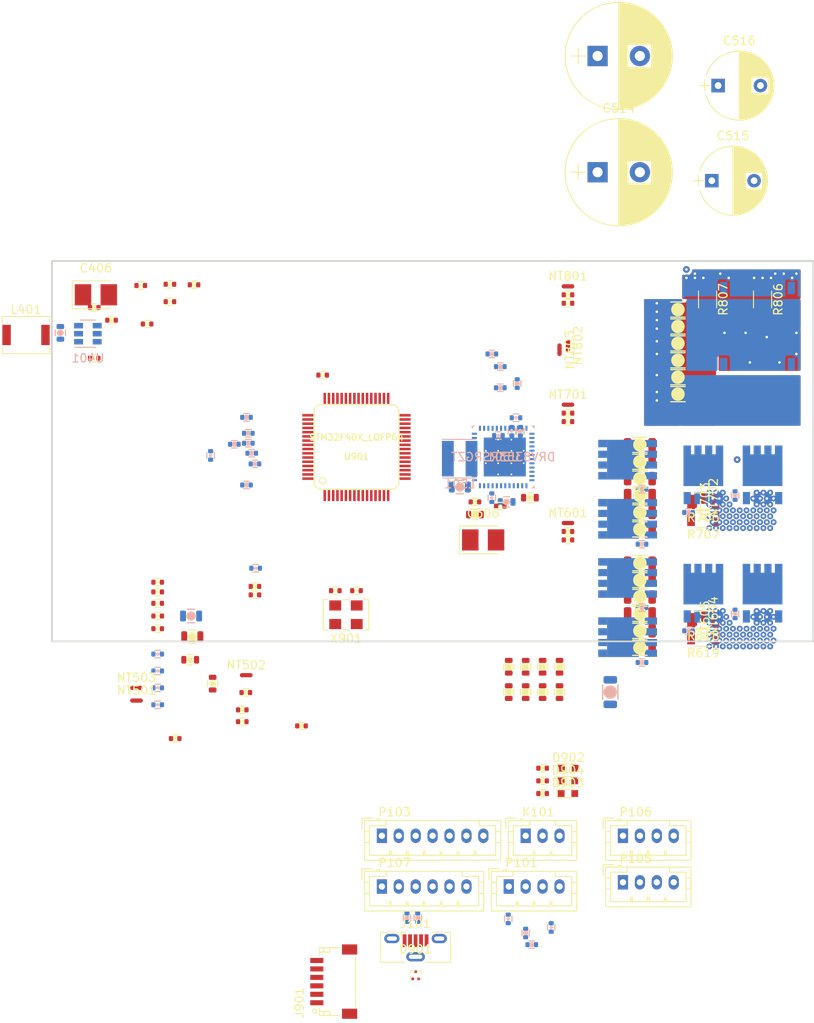
<source format=kicad_pcb>
(kicad_pcb (version 20171130) (host pcbnew "(5.1.2)-1")
  (layers (0 F.Cu signal) (1 In1.Cu power) (2 In2.Cu signal) (31 B.Cu power) (34 B.Paste user) (35 F.Paste user) (36 B.SilkS user) (37 F.SilkS user) (38 B.Mask user) (39 F.Mask user) (44 Edge.Cuts user))
  (net 0 "")
  (net 1 GND)
  (net 2 +3V3)
  (net 3 NRST)
  (net 4 +12V)
  (net 5 "Net-(J101-Pad2)")
  (net 6 "Net-(J101-Pad3)")
  (net 7 SWDIO)
  (net 8 SWCLK)
  (net 9 "Net-(K101-Pad1)")
  (net 10 "Net-(C507-Pad2)")
  (net 11 GNDD)
  (net 12 +BATT)
  (net 13 /drv_power_stage/buck_rcl)
  (net 14 "Net-(Q701-Pad2)")
  (net 15 "Net-(Q702-Pad2)")
  (net 16 "Net-(Q703-Pad2)")
  (net 17 "Net-(Q704-Pad2)")
  (net 18 "Net-(Q801-Pad2)")
  (net 19 "Net-(Q802-Pad2)")
  (net 20 "Net-(Q803-Pad2)")
  (net 21 "Net-(Q804-Pad2)")
  (net 22 GNDA)
  (net 23 /drv_power_stage/ENABLE)
  (net 24 /drv_power_stage/A_VSENSE)
  (net 25 /drv_power_stage/B_VSENSE)
  (net 26 /drv_power_stage/C_VSENSE)
  (net 27 "Net-(C201-Pad1)")
  (net 28 "Net-(C403-Pad1)")
  (net 29 "Net-(C403-Pad2)")
  (net 30 "Net-(C407-Pad2)")
  (net 31 "Net-(C505-Pad1)")
  (net 32 "Net-(C507-Pad1)")
  (net 33 "Net-(C508-Pad2)")
  (net 34 "Net-(C509-Pad1)")
  (net 35 "Net-(C510-Pad2)")
  (net 36 "Net-(C510-Pad1)")
  (net 37 "Net-(C511-Pad2)")
  (net 38 "Net-(C512-Pad2)")
  (net 39 /drv_power_stage/GDRV_VSENSE)
  (net 40 "Net-(C906-Pad1)")
  (net 41 "Net-(C908-Pad1)")
  (net 42 "Net-(D902-Pad1)")
  (net 43 "Net-(D903-Pad1)")
  (net 44 "Net-(D904-Pad1)")
  (net 45 "Net-(K101-Pad2)")
  (net 46 /drv_power_stage/3.3_IREF)
  (net 47 /drv_power_stage/PHASE_B)
  (net 48 /drv_power_stage/PHASE_C)
  (net 49 /drv_power_stage/PHASE_A)
  (net 50 "Net-(Q601-Pad2)")
  (net 51 "Net-(Q602-Pad2)")
  (net 52 "Net-(Q603-Pad2)")
  (net 53 "Net-(Q604-Pad2)")
  (net 54 "Net-(R401-Pad1)")
  (net 55 /drv_power_stage/DRV_SDO)
  (net 56 "Net-(R503-Pad2)")
  (net 57 /drv_power_stage/A_ISENSE)
  (net 58 /drv_power_stage/B_ISENSE)
  (net 59 /drv_power_stage/C_ISENSE)
  (net 60 /Microcontroller/SERVO)
  (net 61 /Microcontroller/ADC_VBUS)
  (net 62 /Microcontroller/ADC_TEMP)
  (net 63 /Microcontroller/TEMP_MOTOR)
  (net 64 /drv_power_stage/power_phase_B/PR_SENSE)
  (net 65 /drv_power_stage/power_phase_B/NR_SENSE)
  (net 66 /drv_power_stage/power_phase_C/PR_SENSE)
  (net 67 /drv_power_stage/power_phase_C/NR_SENSE)
  (net 68 /drv_power_stage/power_phase_A/PR_SENSE)
  (net 69 /drv_power_stage/power_phase_A/NR_SENSE)
  (net 70 /Microcontroller/VCAP2)
  (net 71 /Microcontroller/VCAP1)
  (net 72 /Microcontroller/USB_DM)
  (net 73 /Microcontroller/USB_DP)
  (net 74 /drv_power_stage/power_phase_B/H_SWITCH)
  (net 75 /drv_power_stage/power_phase_C/H_SWITCH)
  (net 76 /drv_power_stage/power_phase_A/H_SWITCH)
  (net 77 /CAN_tranciever/CANH)
  (net 78 /CAN_tranciever/CANL)
  (net 79 /Microcontroller/BRAKE_SW)
  (net 80 /Microcontroller/ADC_BRAKE)
  (net 81 /Microcontroller/ADC_THROTTLE)
  (net 82 /Microcontroller/USART1_RX)
  (net 83 /Microcontroller/USART1_TX)
  (net 84 /Microcontroller/SCL_2)
  (net 85 /Microcontroller/SDA_2)
  (net 86 /Microcontroller/HALL_3)
  (net 87 /Microcontroller/HALL_2)
  (net 88 /Microcontroller/HALL_1)
  (net 89 /drv_power_stage/power_phase_B/PH_GND_LOW)
  (net 90 /drv_power_stage/power_phase_C/PH_GND_LOW)
  (net 91 /drv_power_stage/power_phase_A/PH_GND_LOW)
  (net 92 /Microcontroller/FAULT)
  (net 93 /drv_power_stage/power_phase_B/H_GATE)
  (net 94 /drv_power_stage/power_phase_B/L_GATE)
  (net 95 /drv_power_stage/power_phase_C/H_GATE)
  (net 96 /drv_power_stage/power_phase_C/L_GATE)
  (net 97 /drv_power_stage/power_phase_A/H_GATE)
  (net 98 /drv_power_stage/power_phase_A/L_GATE)
  (net 99 /Microcontroller/LED_GREEN)
  (net 100 /Microcontroller/LED_RED)
  (net 101 /Microcontroller/L3)
  (net 102 /Microcontroller/H3)
  (net 103 /Microcontroller/L2)
  (net 104 /Microcontroller/H2)
  (net 105 /Microcontroller/L1)
  (net 106 /Microcontroller/H1)
  (net 107 "Net-(NT605-Pad1)")
  (net 108 "Net-(NT703-Pad1)")
  (net 109 "Net-(NT803-Pad1)")
  (module moxie-drive-custom:SOP8_Advance (layer B.Cu) (at 177.5 106.5)
    (fp_text reference Q802)
    (fp_text value "TPH2R608NH,L1Q ")
    (pad 1 smd rect (at 0 0 90) (size 3.75 4.7) (layers B.Cu B.Paste B.Mask) (net 49 /drv_power_stage/PHASE_A))
    (pad 3 smd rect (at -1.905 -3.3 90) (size 1.45 0.85) (layers B.Cu B.Paste B.Mask) (net 91 /drv_power_stage/power_phase_A/PH_GND_LOW))
    (pad 3 smd rect (at -0.635 -3.3 90) (size 1.45 0.85) (layers B.Cu B.Paste B.Mask) (net 91 /drv_power_stage/power_phase_A/PH_GND_LOW))
    (pad 3 smd rect (at 0.635 -3.3 90) (size 1.45 0.85) (layers B.Cu B.Paste B.Mask) (net 91 /drv_power_stage/power_phase_A/PH_GND_LOW))
    (pad 2 smd rect (at 1.905 -3.3 90) (size 1.45 0.85) (layers B.Cu B.Paste B.Mask) (net 19 "Net-(Q802-Pad2)"))
    (pad 1 smd rect (at 1.905 2.4 90) (size 1.05 0.89) (layers B.Cu B.Paste B.Mask) (net 49 /drv_power_stage/PHASE_A))
    (pad 1 smd rect (at 0.635 2.4 90) (size 1.05 0.85) (layers B.Cu B.Paste B.Mask) (net 49 /drv_power_stage/PHASE_A))
    (pad 1 smd rect (at -0.635 2.4 90) (size 1.05 0.85) (layers B.Cu B.Paste B.Mask) (net 49 /drv_power_stage/PHASE_A))
    (pad 1 smd rect (at -1.905 2.4 90) (size 1.05 0.89) (layers B.Cu B.Paste B.Mask) (net 49 /drv_power_stage/PHASE_A))
  )
  (module pkl_dipol:R_0402 (layer F.Cu) (at 107.05 107)
    (fp_text reference R403)
    (fp_text value "10k 0.1%")
    (pad 2 smd roundrect (at 0.5 0) (size 0.5 0.6) (layers F.Cu F.Paste F.Mask) (net 1 GND))
    (pad 1 smd roundrect (at -0.5 0) (size 0.5 0.6) (layers F.Cu F.Paste F.Mask) (net 30 "Net-(C407-Pad2)"))
  )
  (module pkl_dipol:R_0402 (layer F.Cu) (at 116.8 102.815)
    (fp_text reference R402)
    (fp_text value "R33.2k 0.1%")
    (pad 2 smd roundrect (at 0.5 0) (size 0.5 0.6) (layers F.Cu F.Paste F.Mask) (net 30 "Net-(C407-Pad2)"))
    (pad 1 smd roundrect (at -0.5 0) (size 0.5 0.6) (layers F.Cu F.Paste F.Mask) (net 2 +3V3))
  )
  (module pkl_dipol:R_0402 (layer F.Cu) (at 105 105.5 180)
    (fp_text reference R401)
    (fp_text value 1k)
    (pad 2 smd roundrect (at 0.5 0 180) (size 0.5 0.6) (layers F.Cu F.Paste F.Mask) (net 4 +12V))
    (pad 1 smd roundrect (at -0.5 0 180) (size 0.5 0.6) (layers F.Cu F.Paste F.Mask) (net 54 "Net-(R401-Pad1)"))
  )
  (module Inductors_SMD:L_Neosid_Ms42 (layer F.Cu) (at 96.94 108.75)
    (fp_text reference L401 (at 0 -3) (layer F.SilkS))
    (fp_text value 3.3uH)
    (pad 1 smd rect (at -2.3 0) (size 1 2.4) (layers F.Cu F.Paste F.Mask) (net 2 +3V3))
    (pad 2 smd rect (at 2.3 0) (size 1 2.4) (layers F.Cu F.Paste F.Mask) (net 28 "Net-(C403-Pad1)"))
  )
  (module pkl_dipol:C_0402 (layer F.Cu) (at 124 139.5)
    (fp_text reference C408)
    (fp_text value 100nf)
    (pad 2 smd roundrect (at 0.5 0) (size 0.5 0.6) (layers F.Cu F.Paste F.Mask) (net 22 GNDA))
    (pad 1 smd roundrect (at -0.5 0) (size 0.5 0.6) (layers F.Cu F.Paste F.Mask) (net 62 /Microcontroller/ADC_TEMP))
  )
  (module pkl_dipol:C_0402 (layer F.Cu) (at 111.25 107.455)
    (fp_text reference C407)
    (fp_text value NP)
    (pad 2 smd roundrect (at 0.5 0) (size 0.5 0.6) (layers F.Cu F.Paste F.Mask) (net 30 "Net-(C407-Pad2)"))
    (pad 1 smd roundrect (at -0.5 0) (size 0.5 0.6) (layers F.Cu F.Paste F.Mask) (net 2 +3V3))
  )
  (module pkl_dipol:C_0402 (layer F.Cu) (at 110.5 102.9)
    (fp_text reference C405)
    (fp_text value 2.2uf)
    (pad 2 smd roundrect (at 0.5 0) (size 0.5 0.6) (layers F.Cu F.Paste F.Mask) (net 1 GND))
    (pad 1 smd roundrect (at -0.5 0) (size 0.5 0.6) (layers F.Cu F.Paste F.Mask) (net 2 +3V3))
  )
  (module pkl_dipol:C_0402 (layer F.Cu) (at 113.95 104.815)
    (fp_text reference C404)
    (fp_text value 100nf)
    (pad 2 smd roundrect (at 0.5 0) (size 0.5 0.6) (layers F.Cu F.Paste F.Mask) (net 1 GND))
    (pad 1 smd roundrect (at -0.5 0) (size 0.5 0.6) (layers F.Cu F.Paste F.Mask) (net 2 +3V3))
  )
  (module pkl_dipol:C_0402 (layer F.Cu) (at 105 111.5)
    (fp_text reference C403)
    (fp_text value 100nf)
    (pad 2 smd roundrect (at 0.5 0) (size 0.5 0.6) (layers F.Cu F.Paste F.Mask) (net 29 "Net-(C403-Pad2)"))
    (pad 1 smd roundrect (at -0.5 0) (size 0.5 0.6) (layers F.Cu F.Paste F.Mask) (net 28 "Net-(C403-Pad1)"))
  )
  (module pkl_dipol:C_0402 (layer F.Cu) (at 113.95 102.755)
    (fp_text reference C402)
    (fp_text value 100nf)
    (pad 2 smd roundrect (at 0.5 0) (size 0.5 0.6) (layers F.Cu F.Paste F.Mask) (net 1 GND))
    (pad 1 smd roundrect (at -0.5 0) (size 0.5 0.6) (layers F.Cu F.Paste F.Mask) (net 4 +12V))
  )
  (module pkl_dipol:C_0603 (layer B.Cu) (at 101 108.5 270)
    (fp_text reference C401)
    (fp_text value 2.2uf)
    (pad 2 smd roundrect (at 0.75 0 270) (size 0.6 0.9) (layers B.Cu B.Paste B.Mask) (net 1 GND))
    (pad 1 smd roundrect (at -0.75 0 270) (size 0.6 0.9) (layers B.Cu B.Paste B.Mask) (net 4 +12V))
  )
  (module Connectors_JST:JST_PH_B4B-PH-K_04x2.00mm_Straight (layer F.Cu) (at 167.5 168)
    (fp_text reference P106 (at 1.5 -2.8) (layer F.SilkS))
    (fp_text value I2C)
    (pad 1 thru_hole rect (at 0 0) (size 1.2 1.7) (drill 0.75) (layers *.Cu *.Mask) (net 84 /Microcontroller/SCL_2))
    (pad 2 thru_hole oval (at 2 0) (size 1.2 1.7) (drill 0.75) (layers *.Cu *.Mask) (net 85 /Microcontroller/SDA_2))
    (pad 3 thru_hole oval (at 4 0) (size 1.2 1.7) (drill 0.75) (layers *.Cu *.Mask) (net 2 +3V3))
    (pad 4 thru_hole oval (at 6 0) (size 1.2 1.7) (drill 0.75) (layers *.Cu *.Mask) (net 1 GND))
  )
  (module Resistors_SMD:R_1206 (layer F.Cu) (at 177.5 104.55 270)
    (fp_text reference R807 (at 0 -1.85 90) (layer F.SilkS))
    (fp_text value 1mΩ)
    (pad 1 smd rect (at -1.45 0 270) (size 0.9 1.7) (layers F.Cu F.Paste F.Mask) (net 91 /drv_power_stage/power_phase_A/PH_GND_LOW))
    (pad 2 smd rect (at 1.45 0 270) (size 0.9 1.7) (layers F.Cu F.Paste F.Mask) (net 11 GNDD))
  )
  (module Resistors_SMD:R_1206 (layer F.Cu) (at 184 104.55 270)
    (fp_text reference R806 (at 0 -1.85 90) (layer F.SilkS))
    (fp_text value 1mΩ)
    (pad 1 smd rect (at -1.45 0 270) (size 0.9 1.7) (layers F.Cu F.Paste F.Mask) (net 91 /drv_power_stage/power_phase_A/PH_GND_LOW))
    (pad 2 smd rect (at 1.45 0 270) (size 0.9 1.7) (layers F.Cu F.Paste F.Mask) (net 11 GNDD))
  )
  (module Resistors_SMD:R_1206 (layer F.Cu) (at 177 130.5 180)
    (fp_text reference R707 (at 0 -1.85 180) (layer F.SilkS))
    (fp_text value 1mΩ)
    (pad 1 smd rect (at -1.45 0 180) (size 0.9 1.7) (layers F.Cu F.Paste F.Mask) (net 90 /drv_power_stage/power_phase_C/PH_GND_LOW))
    (pad 2 smd rect (at 1.45 0 180) (size 0.9 1.7) (layers F.Cu F.Paste F.Mask) (net 11 GNDD))
  )
  (module Resistors_SMD:R_1206 (layer F.Cu) (at 177 128.5 180)
    (fp_text reference R706 (at 0 -1.85 180) (layer F.SilkS))
    (fp_text value 1mΩ)
    (pad 1 smd rect (at -1.45 0 180) (size 0.9 1.7) (layers F.Cu F.Paste F.Mask) (net 90 /drv_power_stage/power_phase_C/PH_GND_LOW))
    (pad 2 smd rect (at 1.45 0 180) (size 0.9 1.7) (layers F.Cu F.Paste F.Mask) (net 11 GNDD))
  )
  (module Resistors_SMD:R_1206 (layer F.Cu) (at 177 144.5 180)
    (fp_text reference R619 (at 0 -1.85 180) (layer F.SilkS))
    (fp_text value 1mΩ)
    (pad 1 smd rect (at -1.45 0 180) (size 0.9 1.7) (layers F.Cu F.Paste F.Mask) (net 89 /drv_power_stage/power_phase_B/PH_GND_LOW))
    (pad 2 smd rect (at 1.45 0 180) (size 0.9 1.7) (layers F.Cu F.Paste F.Mask) (net 11 GNDD))
  )
  (module Resistors_SMD:R_1206 (layer F.Cu) (at 177 142.5 180)
    (fp_text reference R618 (at 0 -1.85 180) (layer F.SilkS))
    (fp_text value 1mΩ)
    (pad 1 smd rect (at -1.45 0 180) (size 0.9 1.7) (layers F.Cu F.Paste F.Mask) (net 89 /drv_power_stage/power_phase_B/PH_GND_LOW))
    (pad 2 smd rect (at 1.45 0 180) (size 0.9 1.7) (layers F.Cu F.Paste F.Mask) (net 11 GNDD))
  )
  (module NetTie:NetTie-2_SMD_Pad0.5mm (layer F.Cu) (at 160 110.5 270)
    (fp_text reference NT803 (at 0 -1.2 90) (layer F.SilkS))
    (fp_text value Net-Tie_2)
    (fp_poly (pts (xy -0.5 -0.25) (xy 0.5 -0.25) (xy 0.5 0.25) (xy -0.5 0.25)) (layer F.Cu) (width 0))
    (pad 2 smd circle (at 0.5 0 270) (size 0.5 0.5) (layers F.Cu) (net 11 GNDD))
    (pad 1 smd circle (at -0.5 0 270) (size 0.5 0.5) (layers F.Cu) (net 109 "Net-(NT803-Pad1)"))
  )
  (module NetTie:NetTie-2_SMD_Pad0.5mm (layer F.Cu) (at 161 110 270)
    (fp_text reference NT802 (at 0 -1.2 90) (layer F.SilkS))
    (fp_text value Net-Tie_2)
    (fp_poly (pts (xy -0.5 -0.25) (xy 0.5 -0.25) (xy 0.5 0.25) (xy -0.5 0.25)) (layer F.Cu) (width 0))
    (pad 2 smd circle (at 0.5 0 270) (size 0.5 0.5) (layers F.Cu) (net 91 /drv_power_stage/power_phase_A/PH_GND_LOW))
    (pad 1 smd circle (at -0.5 0 270) (size 0.5 0.5) (layers F.Cu) (net 68 /drv_power_stage/power_phase_A/PR_SENSE))
  )
  (module NetTie:NetTie-2_SMD_Pad0.5mm (layer F.Cu) (at 176 128.5 270)
    (fp_text reference NT703 (at 0 -1.2 270) (layer F.SilkS))
    (fp_text value Net-Tie_2)
    (fp_poly (pts (xy -0.5 -0.25) (xy 0.5 -0.25) (xy 0.5 0.25) (xy -0.5 0.25)) (layer F.Cu) (width 0))
    (pad 2 smd circle (at 0.5 0 270) (size 0.5 0.5) (layers F.Cu) (net 11 GNDD))
    (pad 1 smd circle (at -0.5 0 270) (size 0.5 0.5) (layers F.Cu) (net 108 "Net-(NT703-Pad1)"))
  )
  (module NetTie:NetTie-2_SMD_Pad0.5mm (layer F.Cu) (at 177 128 270)
    (fp_text reference NT702 (at 0 -1.2 270) (layer F.SilkS))
    (fp_text value Net-Tie_2)
    (fp_poly (pts (xy -0.5 -0.25) (xy 0.5 -0.25) (xy 0.5 0.25) (xy -0.5 0.25)) (layer F.Cu) (width 0))
    (pad 2 smd circle (at 0.5 0 270) (size 0.5 0.5) (layers F.Cu) (net 90 /drv_power_stage/power_phase_C/PH_GND_LOW))
    (pad 1 smd circle (at -0.5 0 270) (size 0.5 0.5) (layers F.Cu) (net 66 /drv_power_stage/power_phase_C/PR_SENSE))
  )
  (module NetTie:NetTie-2_SMD_Pad0.5mm (layer F.Cu) (at 176 142.5 270)
    (fp_text reference NT605 (at 0 -1.2 270) (layer F.SilkS))
    (fp_text value Net-Tie_2)
    (fp_poly (pts (xy -0.5 -0.25) (xy 0.5 -0.25) (xy 0.5 0.25) (xy -0.5 0.25)) (layer F.Cu) (width 0))
    (pad 2 smd circle (at 0.5 0 270) (size 0.5 0.5) (layers F.Cu) (net 11 GNDD))
    (pad 1 smd circle (at -0.5 0 270) (size 0.5 0.5) (layers F.Cu) (net 107 "Net-(NT605-Pad1)"))
  )
  (module NetTie:NetTie-2_SMD_Pad0.5mm (layer F.Cu) (at 177 142 270)
    (fp_text reference NT604 (at 0 -1.2 270) (layer F.SilkS))
    (fp_text value Net-Tie_2)
    (fp_poly (pts (xy -0.5 -0.25) (xy 0.5 -0.25) (xy 0.5 0.25) (xy -0.5 0.25)) (layer F.Cu) (width 0))
    (pad 2 smd circle (at 0.5 0 270) (size 0.5 0.5) (layers F.Cu) (net 89 /drv_power_stage/power_phase_B/PH_GND_LOW))
    (pad 1 smd circle (at -0.5 0 270) (size 0.5 0.5) (layers F.Cu) (net 64 /drv_power_stage/power_phase_B/PR_SENSE))
  )
  (module pkl_dipol:R_0402 (layer B.Cu) (at 155 114.5 90)
    (fp_text reference R805)
    (fp_text value 5Ω)
    (pad 1 smd roundrect (at -0.5 0 90) (size 0.5 0.6) (layers B.Cu B.Paste B.Mask) (net 21 "Net-(Q804-Pad2)"))
    (pad 2 smd roundrect (at 0.5 0 90) (size 0.5 0.6) (layers B.Cu B.Paste B.Mask) (net 98 /drv_power_stage/power_phase_A/L_GATE))
  )
  (module Capacitors_THT:CP_Radial_D8.0mm_P5.00mm (layer F.Cu) (at 178.75 79.25)
    (fp_text reference C516 (at 2.5 -5.31) (layer F.SilkS))
    (fp_text value 20uF)
    (pad 1 thru_hole rect (at 0 0) (size 1.6 1.6) (drill 0.8) (layers *.Cu *.Mask) (net 12 +BATT))
    (pad 2 thru_hole circle (at 5 0) (size 1.6 1.6) (drill 0.8) (layers *.Cu *.Mask) (net 1 GND))
  )
  (module Capacitors_THT:CP_Radial_D12.5mm_P5.00mm (layer F.Cu) (at 164.5 75.75)
    (fp_text reference C519 (at 2.5 -7.56) (layer F.SilkS))
    (fp_text value 560uF)
    (pad 1 thru_hole rect (at 0 0) (size 2.4 2.4) (drill 1.2) (layers *.Cu *.Mask) (net 12 +BATT))
    (pad 2 thru_hole circle (at 5 0) (size 2.4 2.4) (drill 1.2) (layers *.Cu *.Mask) (net 1 GND))
  )
  (module Capacitors_THT:CP_Radial_D8.0mm_P5.00mm (layer F.Cu) (at 178 90.5)
    (fp_text reference C515 (at 2.5 -5.31) (layer F.SilkS))
    (fp_text value 20uF)
    (pad 1 thru_hole rect (at 0 0) (size 1.6 1.6) (drill 0.8) (layers *.Cu *.Mask) (net 12 +BATT))
    (pad 2 thru_hole circle (at 5 0) (size 1.6 1.6) (drill 0.8) (layers *.Cu *.Mask) (net 1 GND))
  )
  (module Capacitors_THT:CP_Radial_D12.5mm_P5.00mm (layer F.Cu) (at 164.5 89.5)
    (fp_text reference C514 (at 2.5 -7.56) (layer F.SilkS))
    (fp_text value 560uF)
    (pad 1 thru_hole rect (at 0 0) (size 2.4 2.4) (drill 1.2) (layers *.Cu *.Mask) (net 12 +BATT))
    (pad 2 thru_hole circle (at 5 0) (size 2.4 2.4) (drill 1.2) (layers *.Cu *.Mask) (net 1 GND))
  )
  (module Oscillators:Oscillator_SMD_EuroQuartz_XO53-4pin_5.0x3.2mm (layer F.Cu) (at 134.76 141.85 180)
    (fp_text reference X901 (at 0 -2.8) (layer F.SilkS))
    (fp_text value "8MHz 10ppm")
    (pad 1 smd rect (at -1.27 1.1 180) (size 1.4 1.2) (layers F.Cu F.Paste F.Mask) (net 40 "Net-(C906-Pad1)"))
    (pad 2 smd rect (at 1.27 1.1 180) (size 1.4 1.2) (layers F.Cu F.Paste F.Mask) (net 41 "Net-(C908-Pad1)"))
    (pad 3 smd rect (at 1.27 -1.1 180) (size 1.4 1.2) (layers F.Cu F.Paste F.Mask) (net 1 GND))
    (pad 4 smd rect (at -1.27 -1.1 180) (size 1.4 1.2) (layers F.Cu F.Paste F.Mask))
  )
  (module crf1:lqfp64_pad_mod (layer F.Cu) (at 136 122)
    (fp_text reference U901 (at 0 1.143) (layer F.SilkS) (effects (font (size 0.7493 0.7493) (thickness 0.14986))))
    (fp_text value STM32F40X_LQFP64 (at 0 -1.143) (layer F.SilkS) (effects (font (size 0.7493 0.7493) (thickness 0.14986))))
    (pad 64 smd rect (at -5.75056 3.74904) (size 1.30048 0.3) (layers F.Cu F.Paste F.Mask) (net 2 +3V3))
    (pad 63 smd rect (at -5.75056 3.2512) (size 1.30048 0.3) (layers F.Cu F.Paste F.Mask) (net 1 GND))
    (pad 62 smd rect (at -5.75056 2.75082) (size 1.30048 0.3) (layers F.Cu F.Paste F.Mask))
    (pad 61 smd rect (at -5.75056 2.25044) (size 1.30048 0.3) (layers F.Cu F.Paste F.Mask))
    (pad 60 smd rect (at -5.75056 1.75006) (size 1.30048 0.3) (layers F.Cu F.Paste F.Mask) (net 1 GND))
    (pad 48 smd rect (at -3.74904 -5.75056) (size 0.3 1.30048) (layers F.Cu F.Paste F.Mask) (net 2 +3V3))
    (pad 47 smd rect (at -3.2512 -5.75056) (size 0.3 1.30048) (layers F.Cu F.Paste F.Mask) (net 70 /Microcontroller/VCAP2))
    (pad 46 smd rect (at -2.75082 -5.75056) (size 0.3 1.30048) (layers F.Cu F.Paste F.Mask) (net 7 SWDIO))
    (pad 45 smd rect (at -2.25044 -5.75056) (size 0.3 1.30048) (layers F.Cu F.Paste F.Mask) (net 73 /Microcontroller/USB_DP))
    (pad 44 smd rect (at -1.75006 -5.75056) (size 0.3 1.30048) (layers F.Cu F.Paste F.Mask) (net 72 /Microcontroller/USB_DM))
    (pad 32 smd rect (at 5.75056 -3.74904) (size 1.30048 0.3) (layers F.Cu F.Paste F.Mask) (net 2 +3V3))
    (pad 31 smd rect (at 5.75056 -3.2512) (size 1.30048 0.3) (layers F.Cu F.Paste F.Mask) (net 71 /Microcontroller/VCAP1))
    (pad 30 smd rect (at 5.75056 -2.75082) (size 1.30048 0.3) (layers F.Cu F.Paste F.Mask) (net 85 /Microcontroller/SDA_2))
    (pad 29 smd rect (at 5.75056 -2.25044) (size 1.30048 0.3) (layers F.Cu F.Paste F.Mask) (net 84 /Microcontroller/SCL_2))
    (pad 28 smd rect (at 5.75056 -1.75006) (size 1.30048 0.3) (layers F.Cu F.Paste F.Mask))
    (pad 16 smd rect (at 3.74904 5.75056) (size 0.3 1.30048) (layers F.Cu F.Paste F.Mask) (net 26 /drv_power_stage/C_VSENSE))
    (pad 15 smd rect (at 3.2512 5.75056) (size 0.3 1.30048) (layers F.Cu F.Paste F.Mask) (net 25 /drv_power_stage/B_VSENSE))
    (pad 14 smd rect (at 2.75082 5.75056) (size 0.3 1.30048) (layers F.Cu F.Paste F.Mask) (net 24 /drv_power_stage/A_VSENSE))
    (pad 13 smd rect (at 2.25044 5.75056) (size 0.3 1.30048) (layers F.Cu F.Paste F.Mask) (net 2 +3V3))
    (pad 12 smd rect (at 1.75006 5.75056) (size 0.3 1.30048) (layers F.Cu F.Paste F.Mask) (net 22 GNDA))
    (pad 59 smd rect (at -5.75056 1.24968) (size 1.30048 0.3) (layers F.Cu F.Paste F.Mask) (net 82 /Microcontroller/USART1_RX))
    (pad 58 smd rect (at -5.75056 0.7493) (size 1.30048 0.3) (layers F.Cu F.Paste F.Mask) (net 83 /Microcontroller/USART1_TX))
    (pad 57 smd rect (at -5.75056 0.24892) (size 1.30048 0.3) (layers F.Cu F.Paste F.Mask) (net 79 /Microcontroller/BRAKE_SW))
    (pad 43 smd rect (at -1.24968 -5.75056) (size 0.3 1.30048) (layers F.Cu F.Paste F.Mask) (net 102 /Microcontroller/H3))
    (pad 42 smd rect (at -0.7493 -5.75056) (size 0.3 1.30048) (layers F.Cu F.Paste F.Mask) (net 104 /Microcontroller/H2))
    (pad 41 smd rect (at -0.24892 -5.75056) (size 0.3 1.30048) (layers F.Cu F.Paste F.Mask) (net 106 /Microcontroller/H1))
    (pad 27 smd rect (at 5.75056 -1.24968) (size 1.30048 0.3) (layers F.Cu F.Paste F.Mask) (net 80 /Microcontroller/ADC_BRAKE))
    (pad 26 smd rect (at 5.75056 -0.7493) (size 1.30048 0.3) (layers F.Cu F.Paste F.Mask) (net 81 /Microcontroller/ADC_THROTTLE))
    (pad 25 smd rect (at 5.75056 -0.24892) (size 1.30048 0.3) (layers F.Cu F.Paste F.Mask) (net 63 /Microcontroller/TEMP_MOTOR))
    (pad 11 smd rect (at 1.24968 5.75056) (size 0.3 1.30048) (layers F.Cu F.Paste F.Mask) (net 61 /Microcontroller/ADC_VBUS))
    (pad 10 smd rect (at 0.7493 5.75056) (size 0.3 1.30048) (layers F.Cu F.Paste F.Mask) (net 59 /drv_power_stage/C_ISENSE))
    (pad 9 smd rect (at 0.24892 5.75056) (size 0.3 1.30048) (layers F.Cu F.Paste F.Mask) (net 58 /drv_power_stage/B_ISENSE))
    (pad 56 smd rect (at -5.75056 -0.24892) (size 1.30048 0.3) (layers F.Cu F.Paste F.Mask))
    (pad 55 smd rect (at -5.75056 -0.7493) (size 1.30048 0.3) (layers F.Cu F.Paste F.Mask))
    (pad 54 smd rect (at -5.75056 -1.24968) (size 1.30048 0.3) (layers F.Cu F.Paste F.Mask))
    (pad 53 smd rect (at -5.75056 -1.75006) (size 1.30048 0.3) (layers F.Cu F.Paste F.Mask))
    (pad 52 smd rect (at -5.75056 -2.25044) (size 1.30048 0.3) (layers F.Cu F.Paste F.Mask))
    (pad 51 smd rect (at -5.75056 -2.75082) (size 1.30048 0.3) (layers F.Cu F.Paste F.Mask))
    (pad 50 smd rect (at -5.75056 -3.2512) (size 1.30048 0.3) (layers F.Cu F.Paste F.Mask))
    (pad 49 smd rect (at -5.75056 -3.74904) (size 1.30048 0.3) (layers F.Cu F.Paste F.Mask) (net 8 SWCLK))
    (pad 40 smd rect (at 0.24892 -5.75056) (size 0.3 1.30048) (layers F.Cu F.Paste F.Mask) (net 23 /drv_power_stage/ENABLE))
    (pad 39 smd rect (at 0.7493 -5.75056) (size 0.3 1.30048) (layers F.Cu F.Paste F.Mask) (net 86 /Microcontroller/HALL_3))
    (pad 38 smd rect (at 1.24968 -5.75056) (size 0.3 1.30048) (layers F.Cu F.Paste F.Mask) (net 87 /Microcontroller/HALL_2))
    (pad 37 smd rect (at 1.75006 -5.75056) (size 0.3 1.30048) (layers F.Cu F.Paste F.Mask) (net 88 /Microcontroller/HALL_1))
    (pad 36 smd rect (at 2.25044 -5.75056) (size 0.3 1.30048) (layers F.Cu F.Paste F.Mask) (net 101 /Microcontroller/L3))
    (pad 35 smd rect (at 2.75082 -5.75056) (size 0.3 1.30048) (layers F.Cu F.Paste F.Mask) (net 103 /Microcontroller/L2))
    (pad 34 smd rect (at 3.2512 -5.75056) (size 0.3 1.30048) (layers F.Cu F.Paste F.Mask) (net 105 /Microcontroller/L1))
    (pad 33 smd rect (at 3.74904 -5.75056) (size 0.3 1.30048) (layers F.Cu F.Paste F.Mask) (net 92 /Microcontroller/FAULT))
    (pad 24 smd rect (at 5.75056 0.24892) (size 1.30048 0.3) (layers F.Cu F.Paste F.Mask) (net 62 /Microcontroller/ADC_TEMP))
    (pad 23 smd rect (at 5.75056 0.7493) (size 1.30048 0.3) (layers F.Cu F.Paste F.Mask))
    (pad 22 smd rect (at 5.75056 1.24968) (size 1.30048 0.3) (layers F.Cu F.Paste F.Mask))
    (pad 21 smd rect (at 5.75056 1.75006) (size 1.30048 0.3) (layers F.Cu F.Paste F.Mask))
    (pad 20 smd rect (at 5.75056 2.25044) (size 1.30048 0.3) (layers F.Cu F.Paste F.Mask))
    (pad 19 smd rect (at 5.75056 2.75082) (size 1.30048 0.3) (layers F.Cu F.Paste F.Mask) (net 2 +3V3))
    (pad 18 smd rect (at 5.75056 3.2512) (size 1.30048 0.3) (layers F.Cu F.Paste F.Mask) (net 1 GND))
    (pad 17 smd rect (at 5.75056 3.74904) (size 1.30048 0.3) (layers F.Cu F.Paste F.Mask) (net 60 /Microcontroller/SERVO))
    (pad 3 smd rect (at -2.75082 5.75056) (size 0.3 1.30048) (layers F.Cu F.Paste F.Mask) (net 99 /Microcontroller/LED_GREEN))
    (pad 2 smd rect (at -3.2512 5.75056) (size 0.3 1.30048) (layers F.Cu F.Paste F.Mask))
    (pad 1 smd rect (at -3.74904 5.75056) (size 0.3 1.30048) (layers F.Cu F.Paste F.Mask) (net 2 +3V3))
    (pad 8 smd rect (at -0.24892 5.75056) (size 0.3 1.30048) (layers F.Cu F.Paste F.Mask) (net 57 /drv_power_stage/A_ISENSE))
    (pad 7 smd rect (at -0.7493 5.75056) (size 0.3 1.30048) (layers F.Cu F.Paste F.Mask) (net 3 NRST))
    (pad 6 smd rect (at -1.24968 5.75056) (size 0.3 1.30048) (layers F.Cu F.Paste F.Mask) (net 41 "Net-(C908-Pad1)"))
    (pad 5 smd rect (at -1.75006 5.75056) (size 0.3 1.30048) (layers F.Cu F.Paste F.Mask) (net 40 "Net-(C906-Pad1)"))
    (pad 4 smd rect (at -2.25044 5.75056) (size 0.3 1.30048) (layers F.Cu F.Paste F.Mask) (net 100 /Microcontroller/LED_RED))
  )
  (module Locals:DRV8353RHRGZR (layer B.Cu) (at 153.340474 123.187303)
    (fp_text reference U501 (at 0 0) (layer B.SilkS) (effects (justify mirror)))
    (fp_text value DRV8353RSRGZT (at 0 0) (layer B.SilkS) (effects (justify mirror)))
    (fp_text user * (at 0 0) (layer B.SilkS) (effects (justify mirror)))
    (pad 49 thru_hole circle (at 0.973 2.050001) (size 0.499999 0.499999) (drill 0.2032) (layers *.Cu *.Mask) (net 11 GNDD))
    (pad 49 thru_hole circle (at -0.596999 2.050001) (size 0.499999 0.499999) (drill 0.2032) (layers *.Cu *.Mask) (net 11 GNDD))
    (pad 49 thru_hole circle (at 0.973 0.740001) (size 0.499999 0.499999) (drill 0.2032) (layers *.Cu *.Mask) (net 11 GNDD))
    (pad 49 thru_hole circle (at 0.973 -0.740001) (size 0.499999 0.499999) (drill 0.2032) (layers *.Cu *.Mask) (net 11 GNDD))
    (pad 49 thru_hole circle (at 0.973 -2.050001) (size 0.499999 0.499999) (drill 0.2032) (layers *.Cu *.Mask) (net 11 GNDD))
    (pad 49 thru_hole circle (at 2.426 0.740001) (size 0.499999 0.499999) (drill 0.2032) (layers *.Cu *.Mask) (net 11 GNDD))
    (pad 49 thru_hole circle (at 2.426 -0.740001) (size 0.499999 0.499999) (drill 0.2032) (layers *.Cu *.Mask) (net 11 GNDD))
    (pad 49 thru_hole circle (at -0.596999 0.740001) (size 0.499999 0.499999) (drill 0.2032) (layers *.Cu *.Mask) (net 11 GNDD))
    (pad 49 thru_hole circle (at -0.596999 -0.740001) (size 0.499999 0.499999) (drill 0.2032) (layers *.Cu *.Mask) (net 11 GNDD))
    (pad 49 thru_hole circle (at -0.596999 -2.050001) (size 0.499999 0.499999) (drill 0.2032) (layers *.Cu *.Mask) (net 11 GNDD))
    (pad 49 thru_hole circle (at -2.050001 -0.740001) (size 0.499999 0.499999) (drill 0.2032) (layers *.Cu *.Mask) (net 11 GNDD))
    (pad 49 thru_hole circle (at -2.050001 0.740001) (size 0.499999 0.499999) (drill 0.2032) (layers *.Cu *.Mask) (net 11 GNDD))
    (pad 49 smd rect (at 0.188001 0) (size 4.974999 4.600001) (layers B.Cu B.Mask) (net 11 GNDD))
    (pad 48 smd rect (at -2.75 3.400001) (size 0.24 0.599999) (layers B.Cu B.Paste B.Mask) (net 39 /drv_power_stage/GDRV_VSENSE))
    (pad 47 smd rect (at -2.250001 3.400001) (size 0.24 0.599999) (layers B.Cu B.Paste B.Mask) (net 56 "Net-(R503-Pad2)"))
    (pad 46 smd rect (at -1.749999 3.400001) (size 0.24 0.599999) (layers B.Cu B.Paste B.Mask) (net 13 /drv_power_stage/buck_rcl))
    (pad 45 smd rect (at -1.25 3.400001) (size 0.24 0.599999) (layers B.Cu B.Paste B.Mask) (net 36 "Net-(C510-Pad1)"))
    (pad 44 smd rect (at -0.749998 3.400001) (size 0.24 0.599999) (layers B.Cu B.Paste B.Mask) (net 31 "Net-(C505-Pad1)"))
    (pad 43 smd rect (at -0.25 3.400001) (size 0.24 0.599999) (layers B.Cu B.Paste B.Mask) (net 12 +BATT))
    (pad 42 smd rect (at 0.25 3.400001) (size 0.24 0.599999) (layers B.Cu B.Paste B.Mask) (net 35 "Net-(C510-Pad2)"))
    (pad 41 smd rect (at 0.750001 3.400001) (size 0.24 0.599999) (layers B.Cu B.Paste B.Mask) (net 1 GND))
    (pad 40 smd rect (at 1.25 3.400001) (size 0.24 0.599999) (layers B.Cu B.Paste B.Mask) (net 34 "Net-(C509-Pad1)"))
    (pad 39 smd rect (at 1.750002 3.400001) (size 0.24 0.599999) (layers B.Cu B.Paste B.Mask) (net 101 /Microcontroller/L3))
    (pad 38 smd rect (at 2.250001 3.400001) (size 0.24 0.599999) (layers B.Cu B.Paste B.Mask) (net 102 /Microcontroller/H3))
    (pad 37 smd rect (at 2.75 3.400001) (size 0.24 0.599999) (layers B.Cu B.Paste B.Mask) (net 103 /Microcontroller/L2))
    (pad 36 smd rect (at 3.400001 2.75 270) (size 0.24 0.599999) (layers B.Cu B.Paste B.Mask) (net 104 /Microcontroller/H2))
    (pad 35 smd rect (at 3.400001 2.250001 270) (size 0.24 0.599999) (layers B.Cu B.Paste B.Mask) (net 105 /Microcontroller/L1))
    (pad 34 smd rect (at 3.400001 1.749999 270) (size 0.24 0.599999) (layers B.Cu B.Paste B.Mask) (net 106 /Microcontroller/H1))
    (pad 33 smd rect (at 3.400001 1.25 270) (size 0.24 0.599999) (layers B.Cu B.Paste B.Mask) (net 23 /drv_power_stage/ENABLE))
    (pad 32 smd rect (at 3.400001 0.749998 270) (size 0.24 0.599999) (layers B.Cu B.Paste B.Mask))
    (pad 31 smd rect (at 3.400001 0.25 270) (size 0.24 0.599999) (layers B.Cu B.Paste B.Mask))
    (pad 30 smd rect (at 3.400001 -0.25 270) (size 0.24 0.599999) (layers B.Cu B.Paste B.Mask))
    (pad 29 smd rect (at 3.400001 -0.750001 270) (size 0.24 0.599999) (layers B.Cu B.Paste B.Mask) (net 55 /drv_power_stage/DRV_SDO))
    (pad 28 smd rect (at 3.400001 -1.25 270) (size 0.24 0.599999) (layers B.Cu B.Paste B.Mask) (net 92 /Microcontroller/FAULT))
    (pad 27 smd rect (at 3.400001 -1.750002 270) (size 0.24 0.599999) (layers B.Cu B.Paste B.Mask) (net 22 GNDA))
    (pad 26 smd rect (at 3.400001 -2.250001 270) (size 0.24 0.599999) (layers B.Cu B.Paste B.Mask) (net 46 /drv_power_stage/3.3_IREF))
    (pad 25 smd rect (at 3.400001 -2.75 270) (size 0.24 0.599999) (layers B.Cu B.Paste B.Mask) (net 57 /drv_power_stage/A_ISENSE))
    (pad 24 smd rect (at 2.75 -3.400001) (size 0.24 0.599999) (layers B.Cu B.Paste B.Mask) (net 58 /drv_power_stage/B_ISENSE))
    (pad 23 smd rect (at 2.250001 -3.400001) (size 0.24 0.599999) (layers B.Cu B.Paste B.Mask) (net 59 /drv_power_stage/C_ISENSE))
    (pad 22 smd rect (at 1.750002 -3.400001) (size 0.24 0.599999) (layers B.Cu B.Paste B.Mask) (net 67 /drv_power_stage/power_phase_C/NR_SENSE))
    (pad 21 smd rect (at 1.25 -3.400001) (size 0.24 0.599999) (layers B.Cu B.Paste B.Mask) (net 66 /drv_power_stage/power_phase_C/PR_SENSE))
    (pad 20 smd rect (at 0.750001 -3.400001) (size 0.24 0.599999) (layers B.Cu B.Paste B.Mask) (net 96 /drv_power_stage/power_phase_C/L_GATE))
    (pad 19 smd rect (at 0.25 -3.400001) (size 0.24 0.599999) (layers B.Cu B.Paste B.Mask) (net 75 /drv_power_stage/power_phase_C/H_SWITCH))
    (pad 18 smd rect (at -0.25 -3.400001) (size 0.24 0.599999) (layers B.Cu B.Paste B.Mask) (net 95 /drv_power_stage/power_phase_C/H_GATE))
    (pad 17 smd rect (at -0.749998 -3.400001) (size 0.24 0.599999) (layers B.Cu B.Paste B.Mask) (net 93 /drv_power_stage/power_phase_B/H_GATE))
    (pad 16 smd rect (at -1.25 -3.400001) (size 0.24 0.599999) (layers B.Cu B.Paste B.Mask) (net 74 /drv_power_stage/power_phase_B/H_SWITCH))
    (pad 15 smd rect (at -1.749999 -3.400001) (size 0.24 0.599999) (layers B.Cu B.Paste B.Mask) (net 94 /drv_power_stage/power_phase_B/L_GATE))
    (pad 14 smd rect (at -2.250001 -3.400001) (size 0.24 0.599999) (layers B.Cu B.Paste B.Mask) (net 64 /drv_power_stage/power_phase_B/PR_SENSE))
    (pad 13 smd rect (at -2.75 -3.400001) (size 0.24 0.599999) (layers B.Cu B.Paste B.Mask) (net 65 /drv_power_stage/power_phase_B/NR_SENSE))
    (pad 12 smd rect (at -3.400001 -2.75 270) (size 0.24 0.599999) (layers B.Cu B.Paste B.Mask) (net 69 /drv_power_stage/power_phase_A/NR_SENSE))
    (pad 11 smd rect (at -3.400001 -2.250001 270) (size 0.24 0.599999) (layers B.Cu B.Paste B.Mask) (net 68 /drv_power_stage/power_phase_A/PR_SENSE))
    (pad 10 smd rect (at -3.400001 -1.750002 270) (size 0.24 0.599999) (layers B.Cu B.Paste B.Mask) (net 98 /drv_power_stage/power_phase_A/L_GATE))
    (pad 9 smd rect (at -3.400001 -1.25 270) (size 0.24 0.599999) (layers B.Cu B.Paste B.Mask) (net 76 /drv_power_stage/power_phase_A/H_SWITCH))
    (pad 8 smd rect (at -3.400001 -0.750001 270) (size 0.24 0.599999) (layers B.Cu B.Paste B.Mask) (net 97 /drv_power_stage/power_phase_A/H_GATE))
    (pad 7 smd rect (at -3.400001 -0.25 270) (size 0.24 0.599999) (layers B.Cu B.Paste B.Mask) (net 37 "Net-(C511-Pad2)"))
    (pad 6 smd rect (at -3.400001 0.25 270) (size 0.24 0.599999) (layers B.Cu B.Paste B.Mask) (net 12 +BATT))
    (pad 5 smd rect (at -3.400001 0.749998 270) (size 0.24 0.599999) (layers B.Cu B.Paste B.Mask) (net 4 +12V))
    (pad 4 smd rect (at -3.400001 1.25 270) (size 0.24 0.599999) (layers B.Cu B.Paste B.Mask) (net 32 "Net-(C507-Pad1)"))
    (pad 3 smd rect (at -3.400001 1.749999 270) (size 0.24 0.599999) (layers B.Cu B.Paste B.Mask) (net 10 "Net-(C507-Pad2)"))
    (pad 2 smd rect (at -3.400001 2.250001 270) (size 0.24 0.599999) (layers B.Cu B.Paste B.Mask) (net 33 "Net-(C508-Pad2)"))
    (pad 1 smd rect (at -3.400001 2.75 270) (size 0.24 0.599999) (layers B.Cu B.Paste B.Mask) (net 11 GNDD))
  )
  (module TO_SOT_Packages_SMD:SOT-23-6 (layer B.Cu) (at 104.25 108.6)
    (fp_text reference U401 (at 0 2.9) (layer B.SilkS) (effects (justify mirror)))
    (fp_text value TPS561201)
    (pad 1 smd rect (at -1.1 0.95) (size 1.06 0.65) (layers B.Cu B.Paste B.Mask) (net 1 GND))
    (pad 2 smd rect (at -1.1 0) (size 1.06 0.65) (layers B.Cu B.Paste B.Mask) (net 28 "Net-(C403-Pad1)"))
    (pad 3 smd rect (at -1.1 -0.95) (size 1.06 0.65) (layers B.Cu B.Paste B.Mask) (net 4 +12V))
    (pad 4 smd rect (at 1.1 -0.95) (size 1.06 0.65) (layers B.Cu B.Paste B.Mask) (net 30 "Net-(C407-Pad2)"))
    (pad 6 smd rect (at 1.1 0.95) (size 1.06 0.65) (layers B.Cu B.Paste B.Mask) (net 29 "Net-(C403-Pad2)"))
    (pad 5 smd rect (at 1.1 0) (size 1.06 0.65) (layers B.Cu B.Paste B.Mask) (net 54 "Net-(R401-Pad1)"))
  )
  (module pkl_dipol:R_0402 (layer B.Cu) (at 175.25 143.75 180)
    (fp_text reference R602)
    (fp_text value 5Ω)
    (pad 2 smd roundrect (at 0.5 0 180) (size 0.5 0.6) (layers B.Cu B.Paste B.Mask) (net 94 /drv_power_stage/power_phase_B/L_GATE))
    (pad 1 smd roundrect (at -0.5 0 180) (size 0.5 0.6) (layers B.Cu B.Paste B.Mask) (net 51 "Net-(Q602-Pad2)"))
  )
  (module pkl_dipol:R_0402 (layer B.Cu) (at 169.75 147.5)
    (fp_text reference R601)
    (fp_text value 5Ω)
    (pad 2 smd roundrect (at 0.5 0) (size 0.5 0.6) (layers B.Cu B.Paste B.Mask) (net 93 /drv_power_stage/power_phase_B/H_GATE))
    (pad 1 smd roundrect (at -0.5 0) (size 0.5 0.6) (layers B.Cu B.Paste B.Mask) (net 50 "Net-(Q601-Pad2)"))
  )
  (module pkl_dipol:R_0402 (layer F.Cu) (at 114.57 156.5)
    (fp_text reference R517)
    (fp_text value "NTC 10kΩ")
    (pad 2 smd roundrect (at 0.5 0) (size 0.5 0.6) (layers F.Cu F.Paste F.Mask) (net 11 GNDD))
    (pad 1 smd roundrect (at -0.5 0) (size 0.5 0.6) (layers F.Cu F.Paste F.Mask) (net 62 /Microcontroller/ADC_TEMP))
  )
  (module pkl_dipol:R_0402 (layer F.Cu) (at 124 138.5 180)
    (fp_text reference R516)
    (fp_text value 10kΩ)
    (pad 2 smd roundrect (at 0.5 0 180) (size 0.5 0.6) (layers F.Cu F.Paste F.Mask) (net 62 /Microcontroller/ADC_TEMP))
    (pad 1 smd roundrect (at -0.5 0 180) (size 0.5 0.6) (layers F.Cu F.Paste F.Mask) (net 2 +3V3))
  )
  (module pkl_dipol:R_0603 (layer F.Cu) (at 154 151 270)
    (fp_text reference R515)
    (fp_text value 2.2kΩ)
    (pad 2 smd roundrect (at 0.75 0 270) (size 0.6 0.9) (layers F.Cu F.Paste F.Mask) (net 11 GNDD))
    (pad 1 smd roundrect (at -0.75 0 270) (size 0.6 0.9) (layers F.Cu F.Paste F.Mask) (net 61 /Microcontroller/ADC_VBUS))
  )
  (module pkl_dipol:R_0603 (layer F.Cu) (at 154 148 270)
    (fp_text reference R514)
    (fp_text value 47kΩ)
    (pad 2 smd roundrect (at 0.75 0 270) (size 0.6 0.9) (layers F.Cu F.Paste F.Mask) (net 61 /Microcontroller/ADC_VBUS))
    (pad 1 smd roundrect (at -0.75 0 270) (size 0.6 0.9) (layers F.Cu F.Paste F.Mask) (net 12 +BATT))
  )
  (module pkl_dipol:R_0603 (layer F.Cu) (at 160 151 270)
    (fp_text reference R513)
    (fp_text value 2.2kΩ)
    (pad 2 smd roundrect (at 0.75 0 270) (size 0.6 0.9) (layers F.Cu F.Paste F.Mask) (net 11 GNDD))
    (pad 1 smd roundrect (at -0.75 0 270) (size 0.6 0.9) (layers F.Cu F.Paste F.Mask) (net 26 /drv_power_stage/C_VSENSE))
  )
  (module pkl_dipol:R_0603 (layer F.Cu) (at 160 148 270)
    (fp_text reference R512)
    (fp_text value 47kΩ)
    (pad 2 smd roundrect (at 0.75 0 270) (size 0.6 0.9) (layers F.Cu F.Paste F.Mask) (net 26 /drv_power_stage/C_VSENSE))
    (pad 1 smd roundrect (at -0.75 0 270) (size 0.6 0.9) (layers F.Cu F.Paste F.Mask) (net 48 /drv_power_stage/PHASE_C))
  )
  (module pkl_dipol:R_0603 (layer F.Cu) (at 158 151 270)
    (fp_text reference R511)
    (fp_text value 2.2kΩ)
    (pad 2 smd roundrect (at 0.75 0 270) (size 0.6 0.9) (layers F.Cu F.Paste F.Mask) (net 11 GNDD))
    (pad 1 smd roundrect (at -0.75 0 270) (size 0.6 0.9) (layers F.Cu F.Paste F.Mask) (net 25 /drv_power_stage/B_VSENSE))
  )
  (module pkl_dipol:R_0603 (layer F.Cu) (at 158 148 270)
    (fp_text reference R510)
    (fp_text value 47kΩ)
    (pad 2 smd roundrect (at 0.75 0 270) (size 0.6 0.9) (layers F.Cu F.Paste F.Mask) (net 25 /drv_power_stage/B_VSENSE))
    (pad 1 smd roundrect (at -0.75 0 270) (size 0.6 0.9) (layers F.Cu F.Paste F.Mask) (net 47 /drv_power_stage/PHASE_B))
  )
  (module pkl_dipol:R_0603 (layer F.Cu) (at 156 151 270)
    (fp_text reference R509)
    (fp_text value 2.2kΩ)
    (pad 2 smd roundrect (at 0.75 0 270) (size 0.6 0.9) (layers F.Cu F.Paste F.Mask) (net 11 GNDD))
    (pad 1 smd roundrect (at -0.75 0 270) (size 0.6 0.9) (layers F.Cu F.Paste F.Mask) (net 24 /drv_power_stage/A_VSENSE))
  )
  (module pkl_dipol:R_0603 (layer F.Cu) (at 156 148 270)
    (fp_text reference R508)
    (fp_text value 47kΩ)
    (pad 2 smd roundrect (at 0.75 0 270) (size 0.6 0.9) (layers F.Cu F.Paste F.Mask) (net 24 /drv_power_stage/A_VSENSE))
    (pad 1 smd roundrect (at -0.75 0 270) (size 0.6 0.9) (layers F.Cu F.Paste F.Mask) (net 49 /drv_power_stage/PHASE_A))
  )
  (module pkl_dipol:R_0603 (layer F.Cu) (at 150 130)
    (fp_text reference R507)
    (fp_text value 910mΩ)
    (pad 2 smd roundrect (at 0.75 0) (size 0.6 0.9) (layers F.Cu F.Paste F.Mask) (net 4 +12V))
    (pad 1 smd roundrect (at -0.75 0) (size 0.6 0.9) (layers F.Cu F.Paste F.Mask) (net 38 "Net-(C512-Pad2)"))
  )
  (module pkl_dipol:R_0402 (layer F.Cu) (at 122.5 153.1)
    (fp_text reference R506)
    (fp_text value 1.0kΩ)
    (pad 2 smd roundrect (at 0.5 0) (size 0.5 0.6) (layers F.Cu F.Paste F.Mask) (net 11 GNDD))
    (pad 1 smd roundrect (at -0.5 0) (size 0.5 0.6) (layers F.Cu F.Paste F.Mask) (net 39 /drv_power_stage/GDRV_VSENSE))
  )
  (module pkl_dipol:R_0402 (layer F.Cu) (at 150 128.5)
    (fp_text reference R505)
    (fp_text value 5.1kΩ)
    (pad 2 smd roundrect (at 0.5 0) (size 0.5 0.6) (layers F.Cu F.Paste F.Mask) (net 39 /drv_power_stage/GDRV_VSENSE))
    (pad 1 smd roundrect (at -0.5 0) (size 0.5 0.6) (layers F.Cu F.Paste F.Mask) (net 38 "Net-(C512-Pad2)"))
  )
  (module pkl_dipol:R_0402 (layer F.Cu) (at 122.92 151.05)
    (fp_text reference R504)
    (fp_text value 200kΩ)
    (pad 2 smd roundrect (at 0.5 0) (size 0.5 0.6) (layers F.Cu F.Paste F.Mask) (net 13 /drv_power_stage/buck_rcl))
    (pad 1 smd roundrect (at -0.5 0) (size 0.5 0.6) (layers F.Cu F.Paste F.Mask) (net 11 GNDD))
  )
  (module pkl_dipol:R_0402 (layer B.Cu) (at 155.372474 120.139303 90)
    (fp_text reference R503)
    (fp_text value 560kΩ)
    (pad 2 smd roundrect (at 0.5 0 90) (size 0.5 0.6) (layers B.Cu B.Paste B.Mask) (net 56 "Net-(R503-Pad2)"))
    (pad 1 smd roundrect (at -0.5 0 90) (size 0.5 0.6) (layers B.Cu B.Paste B.Mask) (net 12 +BATT))
  )
  (module pkl_dipol:C_0402 (layer B.Cu) (at 154.356474 120.139303 270)
    (fp_text reference R502)
    (fp_text value 10kΩ)
    (pad 2 smd roundrect (at 0.5 0 270) (size 0.5 0.6) (layers B.Cu B.Paste B.Mask) (net 92 /Microcontroller/FAULT))
    (pad 1 smd roundrect (at -0.5 0 270) (size 0.5 0.6) (layers B.Cu B.Paste B.Mask) (net 2 +3V3))
  )
  (module pkl_dipol:C_0402 (layer B.Cu) (at 152.774474 120.647303 180)
    (fp_text reference R501)
    (fp_text value 1kOhm)
    (pad 2 smd roundrect (at 0.5 0 180) (size 0.5 0.6) (layers B.Cu B.Paste B.Mask) (net 55 /drv_power_stage/DRV_SDO))
    (pad 1 smd roundrect (at -0.5 0 180) (size 0.5 0.6) (layers B.Cu B.Paste B.Mask) (net 2 +3V3))
  )
  (module pkl_dipol:R_0402 (layer B.Cu) (at 156 179.5 270)
    (fp_text reference R202)
    (fp_text value 120R)
    (pad 2 smd roundrect (at 0.5 0 270) (size 0.5 0.6) (layers B.Cu B.Paste B.Mask) (net 27 "Net-(C201-Pad1)"))
    (pad 1 smd roundrect (at -0.5 0 270) (size 0.5 0.6) (layers B.Cu B.Paste B.Mask) (net 78 /CAN_tranciever/CANL))
  )
  (module pkl_dipol:R_0402 (layer B.Cu) (at 156.718 180.876)
    (fp_text reference R201)
    (fp_text value 120R)
    (pad 2 smd roundrect (at 0.5 0) (size 0.5 0.6) (layers B.Cu B.Paste B.Mask) (net 27 "Net-(C201-Pad1)"))
    (pad 1 smd roundrect (at -0.5 0) (size 0.5 0.6) (layers B.Cu B.Paste B.Mask) (net 77 /CAN_tranciever/CANH))
  )
  (module pkl_dipol:R_0402 (layer F.Cu) (at 129.5 155 180)
    (fp_text reference R110)
    (fp_text value 10kΩ)
    (pad 2 smd roundrect (at 0.5 0 180) (size 0.5 0.6) (layers F.Cu F.Paste F.Mask) (net 2 +3V3))
    (pad 1 smd roundrect (at -0.5 0 180) (size 0.5 0.6) (layers F.Cu F.Paste F.Mask) (net 63 /Microcontroller/TEMP_MOTOR))
  )
  (module pkl_dipol:R_0402 (layer B.Cu) (at 123 126.5)
    (fp_text reference R109)
    (fp_text value 2k2Ω)
    (pad 2 smd roundrect (at 0.5 0) (size 0.5 0.6) (layers B.Cu B.Paste B.Mask) (net 2 +3V3))
    (pad 1 smd roundrect (at -0.5 0) (size 0.5 0.6) (layers B.Cu B.Paste B.Mask) (net 86 /Microcontroller/HALL_3))
  )
  (module pkl_dipol:R_0402 (layer B.Cu) (at 124 124)
    (fp_text reference R108)
    (fp_text value 2k2Ω)
    (pad 2 smd roundrect (at 0.5 0) (size 0.5 0.6) (layers B.Cu B.Paste B.Mask) (net 2 +3V3))
    (pad 1 smd roundrect (at -0.5 0) (size 0.5 0.6) (layers B.Cu B.Paste B.Mask) (net 87 /Microcontroller/HALL_2))
  )
  (module pkl_dipol:R_0402 (layer B.Cu) (at 123.216936 120.380038)
    (fp_text reference R107)
    (fp_text value 2k2Ω)
    (pad 2 smd roundrect (at 0.5 0) (size 0.5 0.6) (layers B.Cu B.Paste B.Mask) (net 2 +3V3))
    (pad 1 smd roundrect (at -0.5 0) (size 0.5 0.6) (layers B.Cu B.Paste B.Mask) (net 88 /Microcontroller/HALL_1))
  )
  (module pkl_dipol:R_0402 (layer B.Cu) (at 123.216936 121.560038)
    (fp_text reference R106)
    (fp_text value 22R)
    (pad 2 smd roundrect (at 0.5 0) (size 0.5 0.6) (layers B.Cu B.Paste B.Mask) (net 5 "Net-(J101-Pad2)"))
    (pad 1 smd roundrect (at -0.5 0) (size 0.5 0.6) (layers B.Cu B.Paste B.Mask) (net 72 /Microcontroller/USB_DM))
  )
  (module pkl_dipol:R_0402 (layer B.Cu) (at 141.97 177.676 270)
    (fp_text reference R105)
    (fp_text value 22R)
    (pad 2 smd roundrect (at 0.5 0 270) (size 0.5 0.6) (layers B.Cu B.Paste B.Mask) (net 6 "Net-(J101-Pad3)"))
    (pad 1 smd roundrect (at -0.5 0 270) (size 0.5 0.6) (layers B.Cu B.Paste B.Mask) (net 73 /Microcontroller/USB_DP))
  )
  (module pkl_dipol:R_0402 (layer B.Cu) (at 143.24 177.676 90)
    (fp_text reference R104)
    (fp_text value 100kΩ)
    (pad 2 smd roundrect (at 0.5 0 90) (size 0.5 0.6) (layers B.Cu B.Paste B.Mask) (net 1 GND))
    (pad 1 smd roundrect (at -0.5 0 90) (size 0.5 0.6) (layers B.Cu B.Paste B.Mask) (net 80 /Microcontroller/ADC_BRAKE))
  )
  (module pkl_dipol:R_0402 (layer B.Cu) (at 121.566936 121.680038)
    (fp_text reference R103)
    (fp_text value 100kΩ)
    (pad 2 smd roundrect (at 0.5 0) (size 0.5 0.6) (layers B.Cu B.Paste B.Mask) (net 1 GND))
    (pad 1 smd roundrect (at -0.5 0) (size 0.5 0.6) (layers B.Cu B.Paste B.Mask) (net 81 /Microcontroller/ADC_THROTTLE))
  )
  (module pkl_dipol:R_0402 (layer B.Cu) (at 123.616936 122.740038)
    (fp_text reference R102)
    (fp_text value 100Ω)
    (pad 2 smd roundrect (at 0.5 0) (size 0.5 0.6) (layers B.Cu B.Paste B.Mask) (net 9 "Net-(K101-Pad1)"))
    (pad 1 smd roundrect (at -0.5 0) (size 0.5 0.6) (layers B.Cu B.Paste B.Mask) (net 60 /Microcontroller/SERVO))
  )
  (module pkl_dipol:R_0402 (layer B.Cu) (at 123 118.5 180)
    (fp_text reference R101)
    (fp_text value 0Ω)
    (pad 2 smd roundrect (at 0.5 0 180) (size 0.5 0.6) (layers B.Cu B.Paste B.Mask) (net 2 +3V3))
    (pad 1 smd roundrect (at -0.5 0 180) (size 0.5 0.6) (layers B.Cu B.Paste B.Mask) (net 45 "Net-(K101-Pad2)"))
  )
  (module moxie-drive-custom:SOP8_Advance (layer B.Cu) (at 184 138.75 180)
    (fp_text reference Q604)
    (fp_text value "TPH2R608NH,L1Q ")
    (pad 1 smd rect (at 0 0 270) (size 3.75 4.7) (layers B.Cu B.Paste B.Mask) (net 47 /drv_power_stage/PHASE_B))
    (pad 3 smd rect (at -1.905 -3.3 270) (size 1.45 0.85) (layers B.Cu B.Paste B.Mask) (net 89 /drv_power_stage/power_phase_B/PH_GND_LOW))
    (pad 3 smd rect (at -0.635 -3.3 270) (size 1.45 0.85) (layers B.Cu B.Paste B.Mask) (net 89 /drv_power_stage/power_phase_B/PH_GND_LOW))
    (pad 3 smd rect (at 0.635 -3.3 270) (size 1.45 0.85) (layers B.Cu B.Paste B.Mask) (net 89 /drv_power_stage/power_phase_B/PH_GND_LOW))
    (pad 2 smd rect (at 1.905 -3.3 270) (size 1.45 0.85) (layers B.Cu B.Paste B.Mask) (net 53 "Net-(Q604-Pad2)"))
    (pad 1 smd rect (at 1.905 2.4 270) (size 1.05 0.89) (layers B.Cu B.Paste B.Mask) (net 47 /drv_power_stage/PHASE_B))
    (pad 1 smd rect (at 0.635 2.4 270) (size 1.05 0.85) (layers B.Cu B.Paste B.Mask) (net 47 /drv_power_stage/PHASE_B))
    (pad 1 smd rect (at -0.635 2.4 270) (size 1.05 0.85) (layers B.Cu B.Paste B.Mask) (net 47 /drv_power_stage/PHASE_B))
    (pad 1 smd rect (at -1.905 2.4 270) (size 1.05 0.89) (layers B.Cu B.Paste B.Mask) (net 47 /drv_power_stage/PHASE_B))
  )
  (module moxie-drive-custom:SOP8_Advance (layer B.Cu) (at 167.5 137.5 270)
    (fp_text reference Q603)
    (fp_text value "TPH2R608NH,L1Q ")
    (pad 1 smd rect (at 0 0) (size 3.75 4.7) (layers B.Cu B.Paste B.Mask) (net 12 +BATT))
    (pad 3 smd rect (at -1.905 -3.3) (size 1.45 0.85) (layers B.Cu B.Paste B.Mask) (net 47 /drv_power_stage/PHASE_B))
    (pad 3 smd rect (at -0.635 -3.3) (size 1.45 0.85) (layers B.Cu B.Paste B.Mask) (net 47 /drv_power_stage/PHASE_B))
    (pad 3 smd rect (at 0.635 -3.3) (size 1.45 0.85) (layers B.Cu B.Paste B.Mask) (net 47 /drv_power_stage/PHASE_B))
    (pad 2 smd rect (at 1.905 -3.3) (size 1.45 0.85) (layers B.Cu B.Paste B.Mask) (net 52 "Net-(Q603-Pad2)"))
    (pad 1 smd rect (at 1.905 2.4) (size 1.05 0.89) (layers B.Cu B.Paste B.Mask) (net 12 +BATT))
    (pad 1 smd rect (at 0.635 2.4) (size 1.05 0.85) (layers B.Cu B.Paste B.Mask) (net 12 +BATT))
    (pad 1 smd rect (at -0.635 2.4) (size 1.05 0.85) (layers B.Cu B.Paste B.Mask) (net 12 +BATT))
    (pad 1 smd rect (at -1.905 2.4) (size 1.05 0.89) (layers B.Cu B.Paste B.Mask) (net 12 +BATT))
  )
  (module moxie-drive-custom:SOP8_Advance (layer B.Cu) (at 177 138.75 180)
    (fp_text reference Q602)
    (fp_text value "TPH2R608NH,L1Q ")
    (pad 1 smd rect (at 0 0 270) (size 3.75 4.7) (layers B.Cu B.Paste B.Mask) (net 47 /drv_power_stage/PHASE_B))
    (pad 3 smd rect (at -1.905 -3.3 270) (size 1.45 0.85) (layers B.Cu B.Paste B.Mask) (net 89 /drv_power_stage/power_phase_B/PH_GND_LOW))
    (pad 3 smd rect (at -0.635 -3.3 270) (size 1.45 0.85) (layers B.Cu B.Paste B.Mask) (net 89 /drv_power_stage/power_phase_B/PH_GND_LOW))
    (pad 3 smd rect (at 0.635 -3.3 270) (size 1.45 0.85) (layers B.Cu B.Paste B.Mask) (net 89 /drv_power_stage/power_phase_B/PH_GND_LOW))
    (pad 2 smd rect (at 1.905 -3.3 270) (size 1.45 0.85) (layers B.Cu B.Paste B.Mask) (net 51 "Net-(Q602-Pad2)"))
    (pad 1 smd rect (at 1.905 2.4 270) (size 1.05 0.89) (layers B.Cu B.Paste B.Mask) (net 47 /drv_power_stage/PHASE_B))
    (pad 1 smd rect (at 0.635 2.4 270) (size 1.05 0.85) (layers B.Cu B.Paste B.Mask) (net 47 /drv_power_stage/PHASE_B))
    (pad 1 smd rect (at -0.635 2.4 270) (size 1.05 0.85) (layers B.Cu B.Paste B.Mask) (net 47 /drv_power_stage/PHASE_B))
    (pad 1 smd rect (at -1.905 2.4 270) (size 1.05 0.89) (layers B.Cu B.Paste B.Mask) (net 47 /drv_power_stage/PHASE_B))
  )
  (module moxie-drive-custom:SOP8_Advance (layer B.Cu) (at 167.5 144.5 270)
    (fp_text reference Q601)
    (fp_text value "TPH2R608NH,L1Q ")
    (pad 1 smd rect (at 0 0) (size 3.75 4.7) (layers B.Cu B.Paste B.Mask) (net 12 +BATT))
    (pad 3 smd rect (at -1.905 -3.3) (size 1.45 0.85) (layers B.Cu B.Paste B.Mask) (net 47 /drv_power_stage/PHASE_B))
    (pad 3 smd rect (at -0.635 -3.3) (size 1.45 0.85) (layers B.Cu B.Paste B.Mask) (net 47 /drv_power_stage/PHASE_B))
    (pad 3 smd rect (at 0.635 -3.3) (size 1.45 0.85) (layers B.Cu B.Paste B.Mask) (net 47 /drv_power_stage/PHASE_B))
    (pad 2 smd rect (at 1.905 -3.3) (size 1.45 0.85) (layers B.Cu B.Paste B.Mask) (net 50 "Net-(Q601-Pad2)"))
    (pad 1 smd rect (at 1.905 2.4) (size 1.05 0.89) (layers B.Cu B.Paste B.Mask) (net 12 +BATT))
    (pad 1 smd rect (at 0.635 2.4) (size 1.05 0.85) (layers B.Cu B.Paste B.Mask) (net 12 +BATT))
    (pad 1 smd rect (at -0.635 2.4) (size 1.05 0.85) (layers B.Cu B.Paste B.Mask) (net 12 +BATT))
    (pad 1 smd rect (at -1.905 2.4) (size 1.05 0.89) (layers B.Cu B.Paste B.Mask) (net 12 +BATT))
  )
  (module Connectors_JST:JST_PH_B4B-PH-K_04x2.00mm_Straight (layer F.Cu) (at 167.5 173.5)
    (fp_text reference P105 (at 1.5 -2.8) (layer F.SilkS))
    (fp_text value Serial1/tim4)
    (pad 1 thru_hole rect (at 0 0) (size 1.2 1.7) (drill 0.75) (layers *.Cu *.Mask) (net 82 /Microcontroller/USART1_RX))
    (pad 2 thru_hole oval (at 2 0) (size 1.2 1.7) (drill 0.75) (layers *.Cu *.Mask) (net 83 /Microcontroller/USART1_TX))
    (pad 3 thru_hole oval (at 4 0) (size 1.2 1.7) (drill 0.75) (layers *.Cu *.Mask) (net 2 +3V3))
    (pad 4 thru_hole oval (at 6 0) (size 1.2 1.7) (drill 0.75) (layers *.Cu *.Mask) (net 1 GND))
  )
  (module NetTie:NetTie-2_SMD_Pad0.5mm (layer F.Cu) (at 110 150.5)
    (fp_text reference NT503 (at 0 -1.2) (layer F.SilkS))
    (fp_text value Net-Tie_2)
    (fp_poly (pts (xy -0.5 -0.25) (xy 0.5 -0.25) (xy 0.5 0.25) (xy -0.5 0.25)) (layer F.Cu) (width 0))
    (pad 2 smd circle (at 0.5 0) (size 0.5 0.5) (layers F.Cu) (net 2 +3V3))
    (pad 1 smd circle (at -0.5 0) (size 0.5 0.5) (layers F.Cu) (net 46 /drv_power_stage/3.3_IREF))
  )
  (module NetTie:NetTie-2_SMD_Pad0.5mm (layer F.Cu) (at 122.97 149)
    (fp_text reference NT502 (at 0 -1.2) (layer F.SilkS))
    (fp_text value Net-Tie_2)
    (fp_poly (pts (xy -0.5 -0.25) (xy 0.5 -0.25) (xy 0.5 0.25) (xy -0.5 0.25)) (layer F.Cu) (width 0))
    (pad 2 smd circle (at 0.5 0) (size 0.5 0.5) (layers F.Cu) (net 1 GND))
    (pad 1 smd circle (at -0.5 0) (size 0.5 0.5) (layers F.Cu) (net 11 GNDD))
  )
  (module NetTie:NetTie-2_SMD_Pad0.5mm (layer F.Cu) (at 110 152)
    (fp_text reference NT501 (at 0 -1.2) (layer F.SilkS))
    (fp_text value Net-Tie_2)
    (fp_poly (pts (xy -0.5 -0.25) (xy 0.5 -0.25) (xy 0.5 0.25) (xy -0.5 0.25)) (layer F.Cu) (width 0))
    (pad 2 smd circle (at 0.5 0) (size 0.5 0.5) (layers F.Cu) (net 1 GND))
    (pad 1 smd circle (at -0.5 0) (size 0.5 0.5) (layers F.Cu) (net 22 GNDA))
  )
  (module Connectors_JST:JST_SH_SM06B-SRSS-TB_06x1.00mm_Angled (layer F.Cu) (at 133.25 185.25 90)
    (fp_text reference J901 (at -2.5 -4 90) (layer F.SilkS))
    (fp_text value SWD)
    (pad 1 smd rect (at -2.5 -1.9375 90) (size 0.6 1.55) (layers F.Cu F.Paste F.Mask) (net 2 +3V3))
    (pad 2 smd rect (at -1.5 -1.9375 90) (size 0.6 1.55) (layers F.Cu F.Paste F.Mask) (net 8 SWCLK))
    (pad 3 smd rect (at -0.5 -1.9375 90) (size 0.6 1.55) (layers F.Cu F.Paste F.Mask) (net 1 GND))
    (pad 4 smd rect (at 0.5 -1.9375 90) (size 0.6 1.55) (layers F.Cu F.Paste F.Mask) (net 7 SWDIO))
    (pad 5 smd rect (at 1.5 -1.9375 90) (size 0.6 1.55) (layers F.Cu F.Paste F.Mask) (net 3 NRST))
    (pad 6 smd rect (at 2.5 -1.9375 90) (size 0.6 1.55) (layers F.Cu F.Paste F.Mask))
    (pad "" smd rect (at -3.8 1.9375 90) (size 1.2 1.8) (layers F.Cu F.Paste F.Mask))
    (pad "" smd rect (at 3.8 1.9375 90) (size 1.2 1.8) (layers F.Cu F.Paste F.Mask))
  )
  (module LEDs:LED_0603 (layer F.Cu) (at 161 161.5)
    (fp_text reference D904 (at 0 -1.25) (layer F.SilkS))
    (fp_text value RED)
    (pad 2 smd rect (at 0.8 0 180) (size 0.8 0.8) (layers F.Cu F.Paste F.Mask) (net 1 GND))
    (pad 1 smd rect (at -0.8 0 180) (size 0.8 0.8) (layers F.Cu F.Paste F.Mask) (net 44 "Net-(D904-Pad1)"))
  )
  (module LEDs:LED_0603 (layer F.Cu) (at 161 163)
    (fp_text reference D903 (at 0 -1.25) (layer F.SilkS))
    (fp_text value GREEN)
    (pad 2 smd rect (at 0.8 0 180) (size 0.8 0.8) (layers F.Cu F.Paste F.Mask) (net 1 GND))
    (pad 1 smd rect (at -0.8 0 180) (size 0.8 0.8) (layers F.Cu F.Paste F.Mask) (net 43 "Net-(D903-Pad1)"))
  )
  (module LEDs:LED_0603 (layer F.Cu) (at 161.04 160)
    (fp_text reference D902 (at 0 -1.25) (layer F.SilkS))
    (fp_text value BLUE)
    (pad 2 smd rect (at 0.8 0 180) (size 0.8 0.8) (layers F.Cu F.Paste F.Mask) (net 1 GND))
    (pad 1 smd rect (at -0.8 0 180) (size 0.8 0.8) (layers F.Cu F.Paste F.Mask) (net 42 "Net-(D902-Pad1)"))
  )
  (module digikey-footprints:SOT-3 (layer F.Cu) (at 143 184.5)
    (fp_text reference D901 (at -0.025 -3.075) (layer F.SilkS))
    (fp_text value TPD2EUSB30DRTR)
    (pad 2 smd rect (at 0.35 0.425) (size 0.3 0.3) (layers F.Cu F.Paste F.Mask) (net 72 /Microcontroller/USB_DM))
    (pad 3 smd rect (at 0 -0.425) (size 0.3 0.3) (layers F.Cu F.Paste F.Mask) (net 1 GND))
    (pad 1 smd rect (at -0.35 0.425) (size 0.3 0.3) (layers F.Cu F.Paste F.Mask) (net 73 /Microcontroller/USB_DP))
  )
  (module pkl_dipol:C_0402 (layer F.Cu) (at 112.5 142 180)
    (fp_text reference C912)
    (fp_text value 2.2u)
    (pad 2 smd roundrect (at 0.5 0 180) (size 0.5 0.6) (layers F.Cu F.Paste F.Mask) (net 2 +3V3))
    (pad 1 smd roundrect (at -0.5 0 180) (size 0.5 0.6) (layers F.Cu F.Paste F.Mask) (net 1 GND))
  )
  (module pkl_dipol:C_0402 (layer F.Cu) (at 112.5 143.5 180)
    (fp_text reference C911)
    (fp_text value 2.2u)
    (pad 2 smd roundrect (at 0.5 0 180) (size 0.5 0.6) (layers F.Cu F.Paste F.Mask) (net 2 +3V3))
    (pad 1 smd roundrect (at -0.5 0 180) (size 0.5 0.6) (layers F.Cu F.Paste F.Mask) (net 1 GND))
  )
  (module pkl_dipol:C_0402 (layer F.Cu) (at 112.5 140.5 180)
    (fp_text reference C910)
    (fp_text value 2.2u)
    (pad 2 smd roundrect (at 0.5 0 180) (size 0.5 0.6) (layers F.Cu F.Paste F.Mask) (net 2 +3V3))
    (pad 1 smd roundrect (at -0.5 0 180) (size 0.5 0.6) (layers F.Cu F.Paste F.Mask) (net 1 GND))
  )
  (module pkl_dipol:C_0402 (layer F.Cu) (at 112.5 138 180)
    (fp_text reference C909)
    (fp_text value 2.2u)
    (pad 2 smd roundrect (at 0.5 0 180) (size 0.5 0.6) (layers F.Cu F.Paste F.Mask) (net 2 +3V3))
    (pad 1 smd roundrect (at -0.5 0 180) (size 0.5 0.6) (layers F.Cu F.Paste F.Mask) (net 1 GND))
  )
  (module pkl_dipol:C_0402 (layer F.Cu) (at 133.5 139)
    (fp_text reference C908)
    (fp_text value 15p)
    (pad 2 smd roundrect (at 0.5 0) (size 0.5 0.6) (layers F.Cu F.Paste F.Mask) (net 1 GND))
    (pad 1 smd roundrect (at -0.5 0) (size 0.5 0.6) (layers F.Cu F.Paste F.Mask) (net 41 "Net-(C908-Pad1)"))
  )
  (module pkl_dipol:C_0402 (layer F.Cu) (at 112.5 139.15 180)
    (fp_text reference C907)
    (fp_text value 2.2u)
    (pad 2 smd roundrect (at 0.5 0 180) (size 0.5 0.6) (layers F.Cu F.Paste F.Mask) (net 2 +3V3))
    (pad 1 smd roundrect (at -0.5 0 180) (size 0.5 0.6) (layers F.Cu F.Paste F.Mask) (net 1 GND))
  )
  (module pkl_dipol:C_0402 (layer F.Cu) (at 136 139 180)
    (fp_text reference C906)
    (fp_text value 15p)
    (pad 2 smd roundrect (at 0.5 0 180) (size 0.5 0.6) (layers F.Cu F.Paste F.Mask) (net 1 GND))
    (pad 1 smd roundrect (at -0.5 0 180) (size 0.5 0.6) (layers F.Cu F.Paste F.Mask) (net 40 "Net-(C906-Pad1)"))
  )
  (module pkl_dipol:C_0402 (layer B.Cu) (at 112.5 152.5)
    (fp_text reference C905)
    (fp_text value 2.2u)
    (pad 1 smd roundrect (at -0.5 0) (size 0.5 0.6) (layers B.Cu B.Paste B.Mask) (net 22 GNDA))
    (pad 2 smd roundrect (at 0.5 0) (size 0.5 0.6) (layers B.Cu B.Paste B.Mask) (net 2 +3V3))
  )
  (module pkl_dipol:C_0402 (layer B.Cu) (at 112.5 150.5)
    (fp_text reference C904)
    (fp_text value 100n)
    (pad 1 smd roundrect (at -0.5 0) (size 0.5 0.6) (layers B.Cu B.Paste B.Mask) (net 1 GND))
    (pad 2 smd roundrect (at 0.5 0) (size 0.5 0.6) (layers B.Cu B.Paste B.Mask) (net 3 NRST))
  )
  (module pkl_dipol:C_0402 (layer B.Cu) (at 112.5 148.5)
    (fp_text reference C903)
    (fp_text value 2.2u)
    (pad 1 smd roundrect (at -0.5 0) (size 0.5 0.6) (layers B.Cu B.Paste B.Mask) (net 1 GND))
    (pad 2 smd roundrect (at 0.5 0) (size 0.5 0.6) (layers B.Cu B.Paste B.Mask) (net 71 /Microcontroller/VCAP1))
  )
  (module pkl_dipol:C_0402 (layer B.Cu) (at 112.5 146.5)
    (fp_text reference C902)
    (fp_text value 2.2u)
    (pad 1 smd roundrect (at -0.5 0) (size 0.5 0.6) (layers B.Cu B.Paste B.Mask) (net 22 GNDA))
    (pad 2 smd roundrect (at 0.5 0) (size 0.5 0.6) (layers B.Cu B.Paste B.Mask) (net 2 +3V3))
  )
  (module pkl_dipol:C_0402 (layer F.Cu) (at 132 113.5)
    (fp_text reference C901)
    (fp_text value 2.2u)
    (pad 2 smd roundrect (at 0.5 0) (size 0.5 0.6) (layers F.Cu F.Paste F.Mask) (net 70 /Microcontroller/VCAP2))
    (pad 1 smd roundrect (at -0.5 0) (size 0.5 0.6) (layers F.Cu F.Paste F.Mask) (net 1 GND))
  )
  (module pkl_dipol:C_1206 (layer F.Cu) (at 174 107.75)
    (fp_text reference C807)
    (fp_text value "1uF ")
    (pad 2 smd roundrect (at 1.45 0) (size 0.9 1.6) (layers F.Cu F.Paste F.Mask) (net 11 GNDD))
    (pad 1 smd roundrect (at -1.45 0) (size 0.9 1.6) (layers F.Cu F.Paste F.Mask) (net 12 +BATT))
  )
  (module pkl_dipol:C_1206 (layer F.Cu) (at 174 113.75)
    (fp_text reference C806)
    (fp_text value "1uF ")
    (pad 2 smd roundrect (at 1.45 0) (size 0.9 1.6) (layers F.Cu F.Paste F.Mask) (net 11 GNDD))
    (pad 1 smd roundrect (at -1.45 0) (size 0.9 1.6) (layers F.Cu F.Paste F.Mask) (net 12 +BATT))
  )
  (module pkl_dipol:C_0402 (layer F.Cu) (at 161 105 180)
    (fp_text reference C801)
    (fp_text value 2.2nF)
    (pad 2 smd roundrect (at 0.5 0 180) (size 0.5 0.6) (layers F.Cu F.Paste F.Mask) (net 68 /drv_power_stage/power_phase_A/PR_SENSE))
    (pad 1 smd roundrect (at -0.5 0 180) (size 0.5 0.6) (layers F.Cu F.Paste F.Mask) (net 69 /drv_power_stage/power_phase_A/NR_SENSE))
  )
  (module pkl_dipol:C_1206 (layer F.Cu) (at 169.5 123.75)
    (fp_text reference C707)
    (fp_text value "1uF ")
    (pad 2 smd roundrect (at 1.45 0) (size 0.9 1.6) (layers F.Cu F.Paste F.Mask) (net 11 GNDD))
    (pad 1 smd roundrect (at -1.45 0) (size 0.9 1.6) (layers F.Cu F.Paste F.Mask) (net 12 +BATT))
  )
  (module pkl_dipol:C_1206 (layer F.Cu) (at 169.5 129.75)
    (fp_text reference C706)
    (fp_text value "1uF ")
    (pad 2 smd roundrect (at 1.45 0) (size 0.9 1.6) (layers F.Cu F.Paste F.Mask) (net 11 GNDD))
    (pad 1 smd roundrect (at -1.45 0) (size 0.9 1.6) (layers F.Cu F.Paste F.Mask) (net 12 +BATT))
  )
  (module pkl_dipol:C_0402 (layer F.Cu) (at 161 119 180)
    (fp_text reference C701)
    (fp_text value 2.2nF)
    (pad 2 smd roundrect (at 0.5 0 180) (size 0.5 0.6) (layers F.Cu F.Paste F.Mask) (net 66 /drv_power_stage/power_phase_C/PR_SENSE))
    (pad 1 smd roundrect (at -0.5 0 180) (size 0.5 0.6) (layers F.Cu F.Paste F.Mask) (net 67 /drv_power_stage/power_phase_C/NR_SENSE))
  )
  (module pkl_dipol:C_1206 (layer F.Cu) (at 169.5 137.75)
    (fp_text reference C607)
    (fp_text value "1uF ")
    (pad 2 smd roundrect (at 1.45 0) (size 0.9 1.6) (layers F.Cu F.Paste F.Mask) (net 11 GNDD))
    (pad 1 smd roundrect (at -1.45 0) (size 0.9 1.6) (layers F.Cu F.Paste F.Mask) (net 12 +BATT))
  )
  (module pkl_dipol:C_1206 (layer F.Cu) (at 169.5 143.75)
    (fp_text reference C606)
    (fp_text value "1uF ")
    (pad 2 smd roundrect (at 1.45 0) (size 0.9 1.6) (layers F.Cu F.Paste F.Mask) (net 11 GNDD))
    (pad 1 smd roundrect (at -1.45 0) (size 0.9 1.6) (layers F.Cu F.Paste F.Mask) (net 12 +BATT))
  )
  (module pkl_dipol:C_1206 (layer F.Cu) (at 169.5 139.75)
    (fp_text reference C605)
    (fp_text value "1uF ")
    (pad 2 smd roundrect (at 1.45 0) (size 0.9 1.6) (layers F.Cu F.Paste F.Mask) (net 11 GNDD))
    (pad 1 smd roundrect (at -1.45 0) (size 0.9 1.6) (layers F.Cu F.Paste F.Mask) (net 12 +BATT))
  )
  (module pkl_dipol:C_1206 (layer F.Cu) (at 169.5 135.75)
    (fp_text reference C604)
    (fp_text value "1uF ")
    (pad 2 smd roundrect (at 1.45 0) (size 0.9 1.6) (layers F.Cu F.Paste F.Mask) (net 11 GNDD))
    (pad 1 smd roundrect (at -1.45 0) (size 0.9 1.6) (layers F.Cu F.Paste F.Mask) (net 12 +BATT))
  )
  (module pkl_dipol:C_1206 (layer F.Cu) (at 169.5 141.75)
    (fp_text reference C603)
    (fp_text value "1uF ")
    (pad 2 smd roundrect (at 1.45 0) (size 0.9 1.6) (layers F.Cu F.Paste F.Mask) (net 11 GNDD))
    (pad 1 smd roundrect (at -1.45 0) (size 0.9 1.6) (layers F.Cu F.Paste F.Mask) (net 12 +BATT))
  )
  (module pkl_dipol:C_1206 (layer F.Cu) (at 169.5 145.75)
    (fp_text reference C602)
    (fp_text value "1uF ")
    (pad 2 smd roundrect (at 1.45 0) (size 0.9 1.6) (layers F.Cu F.Paste F.Mask) (net 11 GNDD))
    (pad 1 smd roundrect (at -1.45 0) (size 0.9 1.6) (layers F.Cu F.Paste F.Mask) (net 12 +BATT))
  )
  (module pkl_dipol:C_0402 (layer F.Cu) (at 161 133 180)
    (fp_text reference C601)
    (fp_text value 2.2nF)
    (pad 2 smd roundrect (at 0.5 0 180) (size 0.5 0.6) (layers F.Cu F.Paste F.Mask) (net 64 /drv_power_stage/power_phase_B/PR_SENSE))
    (pad 1 smd roundrect (at -0.5 0 180) (size 0.5 0.6) (layers F.Cu F.Paste F.Mask) (net 65 /drv_power_stage/power_phase_B/NR_SENSE))
  )
  (module pkl_dipol:C_0805 (layer F.Cu) (at 116.595 144.45)
    (fp_text reference C513)
    (fp_text value 22uF)
    (pad 2 smd roundrect (at 0.95 0) (size 0.7 1.3) (layers F.Cu F.Paste F.Mask) (net 11 GNDD))
    (pad 1 smd roundrect (at -0.95 0) (size 0.7 1.3) (layers F.Cu F.Paste F.Mask) (net 4 +12V))
  )
  (module pkl_dipol:C_0402 (layer F.Cu) (at 122.5 154.5)
    (fp_text reference C512)
    (fp_text value 18nF)
    (pad 2 smd roundrect (at 0.5 0) (size 0.5 0.6) (layers F.Cu F.Paste F.Mask) (net 38 "Net-(C512-Pad2)"))
    (pad 1 smd roundrect (at -0.5 0) (size 0.5 0.6) (layers F.Cu F.Paste F.Mask) (net 39 /drv_power_stage/GDRV_VSENSE))
  )
  (module pkl_dipol:C_0603 (layer F.Cu) (at 119 150 270)
    (fp_text reference C511)
    (fp_text value 1uF)
    (pad 2 smd roundrect (at 0.75 0 270) (size 0.6 0.9) (layers F.Cu F.Paste F.Mask) (net 37 "Net-(C511-Pad2)"))
    (pad 1 smd roundrect (at -0.75 0 270) (size 0.6 0.9) (layers F.Cu F.Paste F.Mask) (net 12 +BATT))
  )
  (module pkl_dipol:C_0402 (layer F.Cu) (at 153 129)
    (fp_text reference C510)
    (fp_text value 0.01uF)
    (pad 2 smd roundrect (at 0.5 0) (size 0.5 0.6) (layers F.Cu F.Paste F.Mask) (net 35 "Net-(C510-Pad2)"))
    (pad 1 smd roundrect (at -0.5 0) (size 0.5 0.6) (layers F.Cu F.Paste F.Mask) (net 36 "Net-(C510-Pad1)"))
  )
  (module pkl_dipol:C_0603 (layer F.Cu) (at 156.5 128)
    (fp_text reference C509)
    (fp_text value 1uF)
    (pad 2 smd roundrect (at 0.75 0) (size 0.6 0.9) (layers F.Cu F.Paste F.Mask) (net 11 GNDD))
    (pad 1 smd roundrect (at -0.75 0) (size 0.6 0.9) (layers F.Cu F.Paste F.Mask) (net 34 "Net-(C509-Pad1)"))
  )
  (module pkl_dipol:C_0603 (layer F.Cu) (at 116.345 147.175)
    (fp_text reference C508)
    (fp_text value 1uF)
    (pad 2 smd roundrect (at 0.75 0) (size 0.6 0.9) (layers F.Cu F.Paste F.Mask) (net 33 "Net-(C508-Pad2)"))
    (pad 1 smd roundrect (at -0.75 0) (size 0.6 0.9) (layers F.Cu F.Paste F.Mask) (net 11 GNDD))
  )
  (module pkl_dipol:C_0402 (layer B.Cu) (at 154.854 118.548)
    (fp_text reference C507)
    (fp_text value 0.047uF)
    (pad 2 smd roundrect (at 0.5 0) (size 0.5 0.6) (layers B.Cu B.Paste B.Mask) (net 10 "Net-(C507-Pad2)"))
    (pad 1 smd roundrect (at -0.5 0) (size 0.5 0.6) (layers B.Cu B.Paste B.Mask) (net 32 "Net-(C507-Pad1)"))
  )
  (module pkl_dipol:C_0402 (layer B.Cu) (at 152 128 270)
    (fp_text reference C505)
    (fp_text value 0.47uF)
    (pad 2 smd roundrect (at 0.5 0 270) (size 0.5 0.6) (layers B.Cu B.Paste B.Mask) (net 11 GNDD))
    (pad 1 smd roundrect (at -0.5 0 270) (size 0.5 0.6) (layers B.Cu B.Paste B.Mask) (net 31 "Net-(C505-Pad1)"))
  )
  (module pkl_dipol:C_0805 (layer B.Cu) (at 148.218474 126.743303)
    (fp_text reference C504)
    (fp_text value 0.1uF)
    (pad 2 smd roundrect (at 0.95 0) (size 0.7 1.3) (layers B.Cu B.Paste B.Mask) (net 11 GNDD))
    (pad 1 smd roundrect (at -0.95 0) (size 0.7 1.3) (layers B.Cu B.Paste B.Mask) (net 12 +BATT))
  )
  (module pkl_dipol:C_0603 (layer B.Cu) (at 153.75 128.5)
    (fp_text reference C503)
    (fp_text value 0.1uF)
    (pad 2 smd roundrect (at 0.75 0) (size 0.6 0.9) (layers B.Cu B.Paste B.Mask) (net 11 GNDD))
    (pad 1 smd roundrect (at -0.75 0) (size 0.6 0.9) (layers B.Cu B.Paste B.Mask) (net 4 +12V))
  )
  (module pkl_dipol:C_1206 (layer B.Cu) (at 166 151 270)
    (fp_text reference C502)
    (fp_text value 1.5uF)
    (pad 2 smd roundrect (at 1.45 0 270) (size 0.9 1.6) (layers B.Cu B.Paste B.Mask) (net 11 GNDD))
    (pad 1 smd roundrect (at -1.45 0 270) (size 0.9 1.6) (layers B.Cu B.Paste B.Mask) (net 12 +BATT))
  )
  (module pkl_dipol:C_0805 (layer B.Cu) (at 116.45 142)
    (fp_text reference C501)
    (fp_text value 10uF)
    (pad 2 smd roundrect (at 0.95 0) (size 0.7 1.3) (layers B.Cu B.Paste B.Mask) (net 11 GNDD))
    (pad 1 smd roundrect (at -0.95 0) (size 0.7 1.3) (layers B.Cu B.Paste B.Mask) (net 4 +12V))
  )
  (module Capacitors_Tantalum_SMD:CP_Tantalum_Case-B_EIA-3528-21_Reflow (layer F.Cu) (at 105.2 104)
    (fp_text reference C406 (at 0 -3.15) (layer F.SilkS))
    (fp_text value 100uf)
    (pad 1 smd rect (at -1.525 0) (size 1.95 2.5) (layers F.Cu F.Paste F.Mask) (net 2 +3V3))
    (pad 2 smd rect (at 1.525 0) (size 1.95 2.5) (layers F.Cu F.Paste F.Mask) (net 1 GND))
  )
  (module pkl_dipol:C_0402 (layer B.Cu) (at 159.016 178.844 90)
    (fp_text reference C202)
    (fp_text value 2.2u)
    (pad 2 smd roundrect (at 0.5 0 90) (size 0.5 0.6) (layers B.Cu B.Paste B.Mask) (net 1 GND))
    (pad 1 smd roundrect (at -0.5 0 90) (size 0.5 0.6) (layers B.Cu B.Paste B.Mask) (net 2 +3V3))
  )
  (module pkl_dipol:C_0402 (layer B.Cu) (at 153.936 177.828 270)
    (fp_text reference C201)
    (fp_text value 4.7nf)
    (pad 2 smd roundrect (at 0.5 0 270) (size 0.5 0.6) (layers B.Cu B.Paste B.Mask) (net 1 GND))
    (pad 1 smd roundrect (at -0.5 0 270) (size 0.5 0.6) (layers B.Cu B.Paste B.Mask) (net 27 "Net-(C201-Pad1)"))
  )
  (module pkl_dipol:C_0402 (layer B.Cu) (at 124.07929 136.347466)
    (fp_text reference C107)
    (fp_text value 100n)
    (pad 2 smd roundrect (at 0.5 0) (size 0.5 0.6) (layers B.Cu B.Paste B.Mask) (net 63 /Microcontroller/TEMP_MOTOR))
    (pad 1 smd roundrect (at -0.5 0) (size 0.5 0.6) (layers B.Cu B.Paste B.Mask) (net 1 GND))
  )
  (module pkl_dipol:C_0402 (layer B.Cu) (at 118.76 123 90)
    (fp_text reference C101)
    (fp_text value 100n)
    (pad 2 smd roundrect (at 0.5 0 90) (size 0.5 0.6) (layers B.Cu B.Paste B.Mask) (net 60 /Microcontroller/SERVO))
    (pad 1 smd roundrect (at -0.5 0 90) (size 0.5 0.6) (layers B.Cu B.Paste B.Mask) (net 1 GND))
  )
  (module moxie-drive-custom:SOP8_Advance (layer B.Cu) (at 185.5 106.5)
    (fp_text reference Q804)
    (fp_text value "TPH2R608NH,L1Q ")
    (pad 1 smd rect (at 0 0 90) (size 3.75 4.7) (layers B.Cu B.Paste B.Mask) (net 49 /drv_power_stage/PHASE_A))
    (pad 3 smd rect (at -1.905 -3.3 90) (size 1.45 0.85) (layers B.Cu B.Paste B.Mask) (net 91 /drv_power_stage/power_phase_A/PH_GND_LOW))
    (pad 3 smd rect (at -0.635 -3.3 90) (size 1.45 0.85) (layers B.Cu B.Paste B.Mask) (net 91 /drv_power_stage/power_phase_A/PH_GND_LOW))
    (pad 3 smd rect (at 0.635 -3.3 90) (size 1.45 0.85) (layers B.Cu B.Paste B.Mask) (net 91 /drv_power_stage/power_phase_A/PH_GND_LOW))
    (pad 2 smd rect (at 1.905 -3.3 90) (size 1.45 0.85) (layers B.Cu B.Paste B.Mask) (net 21 "Net-(Q804-Pad2)"))
    (pad 1 smd rect (at 1.905 2.4 90) (size 1.05 0.89) (layers B.Cu B.Paste B.Mask) (net 49 /drv_power_stage/PHASE_A))
    (pad 1 smd rect (at 0.635 2.4 90) (size 1.05 0.85) (layers B.Cu B.Paste B.Mask) (net 49 /drv_power_stage/PHASE_A))
    (pad 1 smd rect (at -0.635 2.4 90) (size 1.05 0.85) (layers B.Cu B.Paste B.Mask) (net 49 /drv_power_stage/PHASE_A))
    (pad 1 smd rect (at -1.905 2.4 90) (size 1.05 0.89) (layers B.Cu B.Paste B.Mask) (net 49 /drv_power_stage/PHASE_A))
  )
  (module moxie-drive-custom:SOP8_Advance (layer B.Cu) (at 185.5 115.5)
    (fp_text reference Q803)
    (fp_text value "TPH2R608NH,L1Q ")
    (pad 1 smd rect (at 0 0 90) (size 3.75 4.7) (layers B.Cu B.Paste B.Mask) (net 12 +BATT))
    (pad 3 smd rect (at -1.905 -3.3 90) (size 1.45 0.85) (layers B.Cu B.Paste B.Mask) (net 49 /drv_power_stage/PHASE_A))
    (pad 3 smd rect (at -0.635 -3.3 90) (size 1.45 0.85) (layers B.Cu B.Paste B.Mask) (net 49 /drv_power_stage/PHASE_A))
    (pad 3 smd rect (at 0.635 -3.3 90) (size 1.45 0.85) (layers B.Cu B.Paste B.Mask) (net 49 /drv_power_stage/PHASE_A))
    (pad 2 smd rect (at 1.905 -3.3 90) (size 1.45 0.85) (layers B.Cu B.Paste B.Mask) (net 20 "Net-(Q803-Pad2)"))
    (pad 1 smd rect (at 1.905 2.4 90) (size 1.05 0.89) (layers B.Cu B.Paste B.Mask) (net 12 +BATT))
    (pad 1 smd rect (at 0.635 2.4 90) (size 1.05 0.85) (layers B.Cu B.Paste B.Mask) (net 12 +BATT))
    (pad 1 smd rect (at -0.635 2.4 90) (size 1.05 0.85) (layers B.Cu B.Paste B.Mask) (net 12 +BATT))
    (pad 1 smd rect (at -1.905 2.4 90) (size 1.05 0.89) (layers B.Cu B.Paste B.Mask) (net 12 +BATT))
  )
  (module moxie-drive-custom:SOP8_Advance (layer B.Cu) (at 177.5 115.5)
    (fp_text reference Q801)
    (fp_text value "TPH2R608NH,L1Q ")
    (pad 1 smd rect (at 0 0 90) (size 3.75 4.7) (layers B.Cu B.Paste B.Mask) (net 12 +BATT))
    (pad 3 smd rect (at -1.905 -3.3 90) (size 1.45 0.85) (layers B.Cu B.Paste B.Mask) (net 49 /drv_power_stage/PHASE_A))
    (pad 3 smd rect (at -0.635 -3.3 90) (size 1.45 0.85) (layers B.Cu B.Paste B.Mask) (net 49 /drv_power_stage/PHASE_A))
    (pad 3 smd rect (at 0.635 -3.3 90) (size 1.45 0.85) (layers B.Cu B.Paste B.Mask) (net 49 /drv_power_stage/PHASE_A))
    (pad 2 smd rect (at 1.905 -3.3 90) (size 1.45 0.85) (layers B.Cu B.Paste B.Mask) (net 18 "Net-(Q801-Pad2)"))
    (pad 1 smd rect (at 1.905 2.4 90) (size 1.05 0.89) (layers B.Cu B.Paste B.Mask) (net 12 +BATT))
    (pad 1 smd rect (at 0.635 2.4 90) (size 1.05 0.85) (layers B.Cu B.Paste B.Mask) (net 12 +BATT))
    (pad 1 smd rect (at -0.635 2.4 90) (size 1.05 0.85) (layers B.Cu B.Paste B.Mask) (net 12 +BATT))
    (pad 1 smd rect (at -1.905 2.4 90) (size 1.05 0.89) (layers B.Cu B.Paste B.Mask) (net 12 +BATT))
  )
  (module moxie-drive-custom:SOP8_Advance (layer B.Cu) (at 184 124.75 180)
    (fp_text reference Q704)
    (fp_text value "TPH2R608NH,L1Q ")
    (pad 1 smd rect (at 0 0 270) (size 3.75 4.7) (layers B.Cu B.Paste B.Mask) (net 48 /drv_power_stage/PHASE_C))
    (pad 3 smd rect (at -1.905 -3.3 270) (size 1.45 0.85) (layers B.Cu B.Paste B.Mask) (net 90 /drv_power_stage/power_phase_C/PH_GND_LOW))
    (pad 3 smd rect (at -0.635 -3.3 270) (size 1.45 0.85) (layers B.Cu B.Paste B.Mask) (net 90 /drv_power_stage/power_phase_C/PH_GND_LOW))
    (pad 3 smd rect (at 0.635 -3.3 270) (size 1.45 0.85) (layers B.Cu B.Paste B.Mask) (net 90 /drv_power_stage/power_phase_C/PH_GND_LOW))
    (pad 2 smd rect (at 1.905 -3.3 270) (size 1.45 0.85) (layers B.Cu B.Paste B.Mask) (net 17 "Net-(Q704-Pad2)"))
    (pad 1 smd rect (at 1.905 2.4 270) (size 1.05 0.89) (layers B.Cu B.Paste B.Mask) (net 48 /drv_power_stage/PHASE_C))
    (pad 1 smd rect (at 0.635 2.4 270) (size 1.05 0.85) (layers B.Cu B.Paste B.Mask) (net 48 /drv_power_stage/PHASE_C))
    (pad 1 smd rect (at -0.635 2.4 270) (size 1.05 0.85) (layers B.Cu B.Paste B.Mask) (net 48 /drv_power_stage/PHASE_C))
    (pad 1 smd rect (at -1.905 2.4 270) (size 1.05 0.89) (layers B.Cu B.Paste B.Mask) (net 48 /drv_power_stage/PHASE_C))
  )
  (module moxie-drive-custom:SOP8_Advance (layer B.Cu) (at 167.5 123.5 270)
    (fp_text reference Q703)
    (fp_text value "TPH2R608NH,L1Q ")
    (pad 1 smd rect (at 0 0) (size 3.75 4.7) (layers B.Cu B.Paste B.Mask) (net 12 +BATT))
    (pad 3 smd rect (at -1.905 -3.3) (size 1.45 0.85) (layers B.Cu B.Paste B.Mask) (net 48 /drv_power_stage/PHASE_C))
    (pad 3 smd rect (at -0.635 -3.3) (size 1.45 0.85) (layers B.Cu B.Paste B.Mask) (net 48 /drv_power_stage/PHASE_C))
    (pad 3 smd rect (at 0.635 -3.3) (size 1.45 0.85) (layers B.Cu B.Paste B.Mask) (net 48 /drv_power_stage/PHASE_C))
    (pad 2 smd rect (at 1.905 -3.3) (size 1.45 0.85) (layers B.Cu B.Paste B.Mask) (net 16 "Net-(Q703-Pad2)"))
    (pad 1 smd rect (at 1.905 2.4) (size 1.05 0.89) (layers B.Cu B.Paste B.Mask) (net 12 +BATT))
    (pad 1 smd rect (at 0.635 2.4) (size 1.05 0.85) (layers B.Cu B.Paste B.Mask) (net 12 +BATT))
    (pad 1 smd rect (at -0.635 2.4) (size 1.05 0.85) (layers B.Cu B.Paste B.Mask) (net 12 +BATT))
    (pad 1 smd rect (at -1.905 2.4) (size 1.05 0.89) (layers B.Cu B.Paste B.Mask) (net 12 +BATT))
  )
  (module moxie-drive-custom:SOP8_Advance (layer B.Cu) (at 177 124.75 180)
    (fp_text reference Q702)
    (fp_text value "TPH2R608NH,L1Q ")
    (pad 1 smd rect (at 0 0 270) (size 3.75 4.7) (layers B.Cu B.Paste B.Mask) (net 48 /drv_power_stage/PHASE_C))
    (pad 3 smd rect (at -1.905 -3.3 270) (size 1.45 0.85) (layers B.Cu B.Paste B.Mask) (net 90 /drv_power_stage/power_phase_C/PH_GND_LOW))
    (pad 3 smd rect (at -0.635 -3.3 270) (size 1.45 0.85) (layers B.Cu B.Paste B.Mask) (net 90 /drv_power_stage/power_phase_C/PH_GND_LOW))
    (pad 3 smd rect (at 0.635 -3.3 270) (size 1.45 0.85) (layers B.Cu B.Paste B.Mask) (net 90 /drv_power_stage/power_phase_C/PH_GND_LOW))
    (pad 2 smd rect (at 1.905 -3.3 270) (size 1.45 0.85) (layers B.Cu B.Paste B.Mask) (net 15 "Net-(Q702-Pad2)"))
    (pad 1 smd rect (at 1.905 2.4 270) (size 1.05 0.89) (layers B.Cu B.Paste B.Mask) (net 48 /drv_power_stage/PHASE_C))
    (pad 1 smd rect (at 0.635 2.4 270) (size 1.05 0.85) (layers B.Cu B.Paste B.Mask) (net 48 /drv_power_stage/PHASE_C))
    (pad 1 smd rect (at -0.635 2.4 270) (size 1.05 0.85) (layers B.Cu B.Paste B.Mask) (net 48 /drv_power_stage/PHASE_C))
    (pad 1 smd rect (at -1.905 2.4 270) (size 1.05 0.89) (layers B.Cu B.Paste B.Mask) (net 48 /drv_power_stage/PHASE_C))
  )
  (module moxie-drive-custom:SOP8_Advance (layer B.Cu) (at 167.5 130.5 270)
    (fp_text reference Q701)
    (fp_text value "TPH2R608NH,L1Q ")
    (pad 1 smd rect (at 0 0) (size 3.75 4.7) (layers B.Cu B.Paste B.Mask) (net 12 +BATT))
    (pad 3 smd rect (at -1.905 -3.3) (size 1.45 0.85) (layers B.Cu B.Paste B.Mask) (net 48 /drv_power_stage/PHASE_C))
    (pad 3 smd rect (at -0.635 -3.3) (size 1.45 0.85) (layers B.Cu B.Paste B.Mask) (net 48 /drv_power_stage/PHASE_C))
    (pad 3 smd rect (at 0.635 -3.3) (size 1.45 0.85) (layers B.Cu B.Paste B.Mask) (net 48 /drv_power_stage/PHASE_C))
    (pad 2 smd rect (at 1.905 -3.3) (size 1.45 0.85) (layers B.Cu B.Paste B.Mask) (net 14 "Net-(Q701-Pad2)"))
    (pad 1 smd rect (at 1.905 2.4) (size 1.05 0.89) (layers B.Cu B.Paste B.Mask) (net 12 +BATT))
    (pad 1 smd rect (at 0.635 2.4) (size 1.05 0.85) (layers B.Cu B.Paste B.Mask) (net 12 +BATT))
    (pad 1 smd rect (at -0.635 2.4) (size 1.05 0.85) (layers B.Cu B.Paste B.Mask) (net 12 +BATT))
    (pad 1 smd rect (at -1.905 2.4) (size 1.05 0.89) (layers B.Cu B.Paste B.Mask) (net 12 +BATT))
  )
  (module Capacitors_Tantalum_SMD:CP_Tantalum_Case-B_EIA-3528-21_Reflow (layer F.Cu) (at 150.975 133)
    (fp_text reference C506 (at 0 -3.15 180) (layer F.SilkS))
    (fp_text value 0.1uF)
    (pad 2 smd rect (at 1.525 0) (size 1.95 2.5) (layers F.Cu F.Paste F.Mask) (net 22 GNDA))
    (pad 1 smd rect (at -1.525 0) (size 1.95 2.5) (layers F.Cu F.Paste F.Mask) (net 46 /drv_power_stage/3.3_IREF))
  )
  (module Connectors_USB:USB_Micro-B_Vertical_Molex-105133-0001 (layer F.Cu) (at 142.986 181.232)
    (fp_text reference J101 (at 0 -2.85) (layer F.SilkS))
    (fp_text value USB_B_Micro)
    (pad 6 thru_hole oval (at 0 1.075) (size 2.2 1.1) (drill oval 1.6 0.5) (layers *.Cu *.Mask) (net 1 GND))
    (pad 6 thru_hole oval (at 2.8 -1.075) (size 1.8 1.1) (drill oval 1.2 0.5) (layers *.Cu *.Mask) (net 1 GND))
    (pad 6 thru_hole oval (at -2.8 -1.075) (size 1.8 1.1) (drill oval 1.2 0.5) (layers *.Cu *.Mask) (net 1 GND))
    (pad 1 smd rect (at -1.3 -0.825) (size 0.45 1.5) (layers F.Cu F.Paste F.Mask))
    (pad 5 smd rect (at 1.3 -0.825) (size 0.45 1.5) (layers F.Cu F.Paste F.Mask) (net 1 GND))
    (pad 2 smd rect (at -0.65 -0.825) (size 0.45 1.5) (layers F.Cu F.Paste F.Mask) (net 5 "Net-(J101-Pad2)"))
    (pad 4 smd rect (at 0.65 -0.825) (size 0.45 1.5) (layers F.Cu F.Paste F.Mask))
    (pad 3 smd rect (at 0 -0.825) (size 0.45 1.5) (layers F.Cu F.Paste F.Mask) (net 6 "Net-(J101-Pad3)"))
  )
  (module Mas_custom_parts:L_Bourns_SRN-4018 (layer B.Cu) (at 148.199475 123.387302)
    (fp_text reference L501 (at 0 3) (layer B.SilkS) (effects (justify mirror)))
    (fp_text value 390uH)
    (pad 1 smd rect (at -1.4 0) (size 1.4 4.2) (layers B.Cu B.Paste B.Mask) (net 38 "Net-(C512-Pad2)"))
    (pad 2 smd rect (at 1.4 0) (size 1.4 4.2) (layers B.Cu B.Paste B.Mask) (net 35 "Net-(C510-Pad2)"))
  )
  (module Connectors_JST:JST_PH_B4B-PH-K_04x2.00mm_Straight (layer F.Cu) (at 154 174)
    (fp_text reference P101 (at 1.5 -2.8 180) (layer F.SilkS))
    (fp_text value CANBUS)
    (pad 4 thru_hole oval (at 6 0) (size 1.2 1.7) (drill 0.75) (layers *.Cu *.Mask))
    (pad 3 thru_hole oval (at 4 0) (size 1.2 1.7) (drill 0.75) (layers *.Cu *.Mask) (net 77 /CAN_tranciever/CANH))
    (pad 2 thru_hole oval (at 2 0) (size 1.2 1.7) (drill 0.75) (layers *.Cu *.Mask) (net 78 /CAN_tranciever/CANL))
    (pad 1 thru_hole rect (at 0 0) (size 1.2 1.7) (drill 0.75) (layers *.Cu *.Mask) (net 1 GND))
  )
  (module Connectors_JST:JST_PH_B6B-PH-K_06x2.00mm_Straight (layer F.Cu) (at 139 174)
    (fp_text reference P107 (at 1.5 -2.8) (layer F.SilkS))
    (fp_text value HALL/Encoder)
    (pad 6 thru_hole oval (at 10 0) (size 1.2 1.7) (drill 0.75) (layers *.Cu *.Mask) (net 1 GND))
    (pad 5 thru_hole oval (at 8 0) (size 1.2 1.7) (drill 0.75) (layers *.Cu *.Mask) (net 86 /Microcontroller/HALL_3))
    (pad 4 thru_hole oval (at 6 0) (size 1.2 1.7) (drill 0.75) (layers *.Cu *.Mask) (net 87 /Microcontroller/HALL_2))
    (pad 3 thru_hole oval (at 4 0) (size 1.2 1.7) (drill 0.75) (layers *.Cu *.Mask) (net 88 /Microcontroller/HALL_1))
    (pad 2 thru_hole oval (at 2 0) (size 1.2 1.7) (drill 0.75) (layers *.Cu *.Mask) (net 63 /Microcontroller/TEMP_MOTOR))
    (pad 1 thru_hole rect (at 0 0) (size 1.2 1.7) (drill 0.75) (layers *.Cu *.Mask) (net 2 +3V3))
  )
  (module Connectors_JST:JST_PH_B7B-PH-K_07x2.00mm_Straight (layer F.Cu) (at 139 168)
    (fp_text reference P103 (at 1.5 -2.8) (layer F.SilkS))
    (fp_text value CTRL_SIGNALS)
    (pad 7 thru_hole oval (at 12 0) (size 1.2 1.7) (drill 0.75) (layers *.Cu *.Mask) (net 1 GND))
    (pad 6 thru_hole oval (at 10 0) (size 1.2 1.7) (drill 0.75) (layers *.Cu *.Mask) (net 79 /Microcontroller/BRAKE_SW))
    (pad 5 thru_hole oval (at 8 0) (size 1.2 1.7) (drill 0.75) (layers *.Cu *.Mask))
    (pad 4 thru_hole oval (at 6 0) (size 1.2 1.7) (drill 0.75) (layers *.Cu *.Mask) (net 80 /Microcontroller/ADC_BRAKE))
    (pad 3 thru_hole oval (at 4 0) (size 1.2 1.7) (drill 0.75) (layers *.Cu *.Mask) (net 81 /Microcontroller/ADC_THROTTLE))
    (pad 2 thru_hole oval (at 2 0) (size 1.2 1.7) (drill 0.75) (layers *.Cu *.Mask) (net 1 GND))
    (pad 1 thru_hole rect (at 0 0) (size 1.2 1.7) (drill 0.75) (layers *.Cu *.Mask) (net 2 +3V3))
  )
  (module Connectors_JST:JST_PH_B3B-PH-K_03x2.00mm_Straight (layer F.Cu) (at 156 168)
    (fp_text reference K101 (at 1.5 -2.8) (layer F.SilkS))
    (fp_text value SERVO)
    (pad 3 thru_hole oval (at 4 0) (size 1.2 1.7) (drill 0.75) (layers *.Cu *.Mask) (net 1 GND))
    (pad 2 thru_hole oval (at 2 0) (size 1.2 1.7) (drill 0.75) (layers *.Cu *.Mask) (net 45 "Net-(K101-Pad2)"))
    (pad 1 thru_hole rect (at 0 0) (size 1.2 1.7) (drill 0.75) (layers *.Cu *.Mask) (net 9 "Net-(K101-Pad1)"))
  )
  (module pkl_dipol:C_1206 (layer F.Cu) (at 169.5 131.75)
    (fp_text reference C702)
    (fp_text value "1uF ")
    (pad 1 smd roundrect (at -1.45 0) (size 0.9 1.6) (layers F.Cu F.Paste F.Mask) (net 12 +BATT))
    (pad 2 smd roundrect (at 1.45 0) (size 0.9 1.6) (layers F.Cu F.Paste F.Mask) (net 11 GNDD))
  )
  (module pkl_dipol:C_1206 (layer F.Cu) (at 169.5 127.75)
    (fp_text reference C703)
    (fp_text value "1uF ")
    (pad 2 smd roundrect (at 1.45 0) (size 0.9 1.6) (layers F.Cu F.Paste F.Mask) (net 11 GNDD))
    (pad 1 smd roundrect (at -1.45 0) (size 0.9 1.6) (layers F.Cu F.Paste F.Mask) (net 12 +BATT))
  )
  (module pkl_dipol:C_1206 (layer F.Cu) (at 169.5 121.75)
    (fp_text reference C704)
    (fp_text value "1uF ")
    (pad 1 smd roundrect (at -1.45 0) (size 0.9 1.6) (layers F.Cu F.Paste F.Mask) (net 12 +BATT))
    (pad 2 smd roundrect (at 1.45 0) (size 0.9 1.6) (layers F.Cu F.Paste F.Mask) (net 11 GNDD))
  )
  (module pkl_dipol:C_1206 (layer F.Cu) (at 169.5 125.75)
    (fp_text reference C705)
    (fp_text value "1uF ")
    (pad 1 smd roundrect (at -1.45 0) (size 0.9 1.6) (layers F.Cu F.Paste F.Mask) (net 12 +BATT))
    (pad 2 smd roundrect (at 1.45 0) (size 0.9 1.6) (layers F.Cu F.Paste F.Mask) (net 11 GNDD))
  )
  (module pkl_dipol:C_1206 (layer F.Cu) (at 174 115.75)
    (fp_text reference C802)
    (fp_text value "1uF ")
    (pad 2 smd roundrect (at 1.45 0) (size 0.9 1.6) (layers F.Cu F.Paste F.Mask) (net 11 GNDD))
    (pad 1 smd roundrect (at -1.45 0) (size 0.9 1.6) (layers F.Cu F.Paste F.Mask) (net 12 +BATT))
  )
  (module pkl_dipol:C_1206 (layer F.Cu) (at 174 111.75)
    (fp_text reference C803)
    (fp_text value "1uF ")
    (pad 2 smd roundrect (at 1.45 0) (size 0.9 1.6) (layers F.Cu F.Paste F.Mask) (net 11 GNDD))
    (pad 1 smd roundrect (at -1.45 0) (size 0.9 1.6) (layers F.Cu F.Paste F.Mask) (net 12 +BATT))
  )
  (module pkl_dipol:C_1206 (layer F.Cu) (at 174 105.75)
    (fp_text reference C804)
    (fp_text value "1uF ")
    (pad 1 smd roundrect (at -1.45 0) (size 0.9 1.6) (layers F.Cu F.Paste F.Mask) (net 12 +BATT))
    (pad 2 smd roundrect (at 1.45 0) (size 0.9 1.6) (layers F.Cu F.Paste F.Mask) (net 11 GNDD))
  )
  (module pkl_dipol:C_1206 (layer F.Cu) (at 174 109.75)
    (fp_text reference C805)
    (fp_text value "1uF ")
    (pad 1 smd roundrect (at -1.45 0) (size 0.9 1.6) (layers F.Cu F.Paste F.Mask) (net 12 +BATT))
    (pad 2 smd roundrect (at 1.45 0) (size 0.9 1.6) (layers F.Cu F.Paste F.Mask) (net 11 GNDD))
  )
  (module NetTie:NetTie-2_SMD_Pad0.5mm (layer F.Cu) (at 161 131)
    (fp_text reference NT601 (at 0 -1.2) (layer F.SilkS))
    (fp_text value Net-Tie_2)
    (fp_poly (pts (xy -0.5 -0.25) (xy 0.5 -0.25) (xy 0.5 0.25) (xy -0.5 0.25)) (layer F.Cu) (width 0))
    (pad 2 smd circle (at 0.5 0) (size 0.5 0.5) (layers F.Cu) (net 47 /drv_power_stage/PHASE_B))
    (pad 1 smd circle (at -0.5 0) (size 0.5 0.5) (layers F.Cu) (net 74 /drv_power_stage/power_phase_B/H_SWITCH))
  )
  (module NetTie:NetTie-2_SMD_Pad0.5mm (layer F.Cu) (at 161 117)
    (fp_text reference NT701 (at 0 -1.2) (layer F.SilkS))
    (fp_text value Net-Tie_2)
    (fp_poly (pts (xy -0.5 -0.25) (xy 0.5 -0.25) (xy 0.5 0.25) (xy -0.5 0.25)) (layer F.Cu) (width 0))
    (pad 2 smd circle (at 0.5 0) (size 0.5 0.5) (layers F.Cu) (net 48 /drv_power_stage/PHASE_C))
    (pad 1 smd circle (at -0.5 0) (size 0.5 0.5) (layers F.Cu) (net 75 /drv_power_stage/power_phase_C/H_SWITCH))
  )
  (module NetTie:NetTie-2_SMD_Pad0.5mm (layer F.Cu) (at 161 103)
    (fp_text reference NT801 (at 0 -1.2) (layer F.SilkS))
    (fp_text value Net-Tie_2)
    (fp_poly (pts (xy -0.5 -0.25) (xy 0.5 -0.25) (xy 0.5 0.25) (xy -0.5 0.25)) (layer F.Cu) (width 0))
    (pad 1 smd circle (at -0.5 0) (size 0.5 0.5) (layers F.Cu) (net 76 /drv_power_stage/power_phase_A/H_SWITCH))
    (pad 2 smd circle (at 0.5 0) (size 0.5 0.5) (layers F.Cu) (net 49 /drv_power_stage/PHASE_A))
  )
  (module pkl_dipol:R_0402 (layer F.Cu) (at 161 132)
    (fp_text reference R603)
    (fp_text value 100Ω)
    (pad 1 smd roundrect (at -0.5 0) (size 0.5 0.6) (layers F.Cu F.Paste F.Mask) (net 65 /drv_power_stage/power_phase_B/NR_SENSE))
    (pad 2 smd roundrect (at 0.5 0) (size 0.5 0.6) (layers F.Cu F.Paste F.Mask) (net 107 "Net-(NT605-Pad1)"))
  )
  (module pkl_dipol:R_0402 (layer B.Cu) (at 169.75 141 180)
    (fp_text reference R604)
    (fp_text value 5Ω)
    (pad 1 smd roundrect (at -0.5 0 180) (size 0.5 0.6) (layers B.Cu B.Paste B.Mask) (net 52 "Net-(Q603-Pad2)"))
    (pad 2 smd roundrect (at 0.5 0 180) (size 0.5 0.6) (layers B.Cu B.Paste B.Mask) (net 93 /drv_power_stage/power_phase_B/H_GATE))
  )
  (module pkl_dipol:R_0402 (layer B.Cu) (at 180.75 141.75 90)
    (fp_text reference R605)
    (fp_text value 5Ω)
    (pad 2 smd roundrect (at 0.5 0 90) (size 0.5 0.6) (layers B.Cu B.Paste B.Mask) (net 94 /drv_power_stage/power_phase_B/L_GATE))
    (pad 1 smd roundrect (at -0.5 0 90) (size 0.5 0.6) (layers B.Cu B.Paste B.Mask) (net 53 "Net-(Q604-Pad2)"))
  )
  (module pkl_dipol:R_0402 (layer B.Cu) (at 169.75 133.5)
    (fp_text reference R701)
    (fp_text value 5Ω)
    (pad 2 smd roundrect (at 0.5 0) (size 0.5 0.6) (layers B.Cu B.Paste B.Mask) (net 95 /drv_power_stage/power_phase_C/H_GATE))
    (pad 1 smd roundrect (at -0.5 0) (size 0.5 0.6) (layers B.Cu B.Paste B.Mask) (net 14 "Net-(Q701-Pad2)"))
  )
  (module pkl_dipol:R_0402 (layer B.Cu) (at 175.25 129.75 180)
    (fp_text reference R702)
    (fp_text value 5Ω)
    (pad 2 smd roundrect (at 0.5 0 180) (size 0.5 0.6) (layers B.Cu B.Paste B.Mask) (net 96 /drv_power_stage/power_phase_C/L_GATE))
    (pad 1 smd roundrect (at -0.5 0 180) (size 0.5 0.6) (layers B.Cu B.Paste B.Mask) (net 15 "Net-(Q702-Pad2)"))
  )
  (module pkl_dipol:R_0402 (layer F.Cu) (at 161 118)
    (fp_text reference R703)
    (fp_text value 100Ω)
    (pad 2 smd roundrect (at 0.5 0) (size 0.5 0.6) (layers F.Cu F.Paste F.Mask) (net 108 "Net-(NT703-Pad1)"))
    (pad 1 smd roundrect (at -0.5 0) (size 0.5 0.6) (layers F.Cu F.Paste F.Mask) (net 67 /drv_power_stage/power_phase_C/NR_SENSE))
  )
  (module pkl_dipol:R_0402 (layer B.Cu) (at 169.75 127 180)
    (fp_text reference R704)
    (fp_text value 5Ω)
    (pad 1 smd roundrect (at -0.5 0 180) (size 0.5 0.6) (layers B.Cu B.Paste B.Mask) (net 16 "Net-(Q703-Pad2)"))
    (pad 2 smd roundrect (at 0.5 0 180) (size 0.5 0.6) (layers B.Cu B.Paste B.Mask) (net 95 /drv_power_stage/power_phase_C/H_GATE))
  )
  (module pkl_dipol:R_0402 (layer B.Cu) (at 180.75 127.75 90)
    (fp_text reference R705)
    (fp_text value 5Ω)
    (pad 1 smd roundrect (at -0.5 0 90) (size 0.5 0.6) (layers B.Cu B.Paste B.Mask) (net 17 "Net-(Q704-Pad2)"))
    (pad 2 smd roundrect (at 0.5 0 90) (size 0.5 0.6) (layers B.Cu B.Paste B.Mask) (net 96 /drv_power_stage/power_phase_C/L_GATE))
  )
  (module pkl_dipol:R_0402 (layer B.Cu) (at 152 111)
    (fp_text reference R801)
    (fp_text value 5Ω)
    (pad 2 smd roundrect (at 0.5 0) (size 0.5 0.6) (layers B.Cu B.Paste B.Mask) (net 97 /drv_power_stage/power_phase_A/H_GATE))
    (pad 1 smd roundrect (at -0.5 0) (size 0.5 0.6) (layers B.Cu B.Paste B.Mask) (net 18 "Net-(Q801-Pad2)"))
  )
  (module pkl_dipol:R_0402 (layer B.Cu) (at 153 115 180)
    (fp_text reference R802)
    (fp_text value 5Ω)
    (pad 2 smd roundrect (at 0.5 0 180) (size 0.5 0.6) (layers B.Cu B.Paste B.Mask) (net 98 /drv_power_stage/power_phase_A/L_GATE))
    (pad 1 smd roundrect (at -0.5 0 180) (size 0.5 0.6) (layers B.Cu B.Paste B.Mask) (net 19 "Net-(Q802-Pad2)"))
  )
  (module pkl_dipol:R_0402 (layer F.Cu) (at 161 104)
    (fp_text reference R803)
    (fp_text value 100Ω)
    (pad 2 smd roundrect (at 0.5 0) (size 0.5 0.6) (layers F.Cu F.Paste F.Mask) (net 109 "Net-(NT803-Pad1)"))
    (pad 1 smd roundrect (at -0.5 0) (size 0.5 0.6) (layers F.Cu F.Paste F.Mask) (net 69 /drv_power_stage/power_phase_A/NR_SENSE))
  )
  (module pkl_dipol:R_0402 (layer B.Cu) (at 153 112.5 180)
    (fp_text reference R804)
    (fp_text value 5Ω)
    (pad 1 smd roundrect (at -0.5 0 180) (size 0.5 0.6) (layers B.Cu B.Paste B.Mask) (net 20 "Net-(Q803-Pad2)"))
    (pad 2 smd roundrect (at 0.5 0 180) (size 0.5 0.6) (layers B.Cu B.Paste B.Mask) (net 97 /drv_power_stage/power_phase_A/H_GATE))
  )
  (module pkl_dipol:R_0402 (layer F.Cu) (at 158 160 180)
    (fp_text reference R901)
    (fp_text value 1k)
    (pad 1 smd roundrect (at -0.5 0 180) (size 0.5 0.6) (layers F.Cu F.Paste F.Mask) (net 42 "Net-(D902-Pad1)"))
    (pad 2 smd roundrect (at 0.5 0 180) (size 0.5 0.6) (layers F.Cu F.Paste F.Mask) (net 2 +3V3))
  )
  (module pkl_dipol:R_0402 (layer F.Cu) (at 158 163 180)
    (fp_text reference R902)
    (fp_text value 1k)
    (pad 1 smd roundrect (at -0.5 0 180) (size 0.5 0.6) (layers F.Cu F.Paste F.Mask) (net 43 "Net-(D903-Pad1)"))
    (pad 2 smd roundrect (at 0.5 0 180) (size 0.5 0.6) (layers F.Cu F.Paste F.Mask) (net 99 /Microcontroller/LED_GREEN))
  )
  (module pkl_dipol:R_0402 (layer F.Cu) (at 158 161.5 180)
    (fp_text reference R903)
    (fp_text value 1k)
    (pad 1 smd roundrect (at -0.5 0 180) (size 0.5 0.6) (layers F.Cu F.Paste F.Mask) (net 44 "Net-(D904-Pad1)"))
    (pad 2 smd roundrect (at 0.5 0 180) (size 0.5 0.6) (layers F.Cu F.Paste F.Mask) (net 100 /Microcontroller/LED_RED))
  )
  (gr_line (start 100 100) (end 100 145) (layer Edge.Cuts) (width 0.2))
  (gr_line (start 100 145) (end 190 145) (layer Edge.Cuts) (width 0.2))
  (gr_line (start 190 100) (end 190 145) (layer Edge.Cuts) (width 0.2))
  (gr_line (start 100 100) (end 190 100) (layer Edge.Cuts) (width 0.2))
  (via (at 175 101) (size 0.8) (drill 0.3) (layers F.Cu B.Cu) (net 0))
  (via (at 186 112) (size 0.8) (drill 0.3) (layers F.Cu B.Cu) (net 49))
  (via (at 184.5 109) (size 0.8) (drill 0.3) (layers F.Cu B.Cu) (net 49))
  (via (at 179.5 108.5) (size 0.8) (drill 0.3) (layers F.Cu B.Cu) (net 49))
  (via (at 181 123.5) (size 0.8) (drill 0.3) (layers F.Cu B.Cu) (net 12))
  (via (at 171.5 105) (size 0.8) (drill 0.3) (layers F.Cu B.Cu) (net 12))
  (via (at 171.5 106) (size 0.8) (drill 0.3) (layers F.Cu B.Cu) (net 12))
  (via (at 171.5 107) (size 0.8) (drill 0.3) (layers F.Cu B.Cu) (net 12))
  (via (at 171.5 108) (size 0.8) (drill 0.3) (layers F.Cu B.Cu) (net 12))
  (via (at 171.5 109.5) (size 0.8) (drill 0.3) (layers F.Cu B.Cu) (net 12))
  (via (at 171.5 111) (size 0.8) (drill 0.3) (layers F.Cu B.Cu) (net 12))
  (via (at 171.5 113.5) (size 0.8) (drill 0.3) (layers F.Cu B.Cu) (net 12))
  (via (at 171.5 115.5) (size 0.8) (drill 0.3) (layers F.Cu B.Cu) (net 12))
  (via (at 171.5 116.5) (size 0.8) (drill 0.3) (layers F.Cu B.Cu) (net 12))
  (via (at 182 108.5) (size 0.8) (drill 0.3) (layers F.Cu B.Cu) (net 49))
  (via (at 188 108.5) (size 0.8) (drill 0.3) (layers F.Cu B.Cu) (net 49))
  (via (at 188 111) (size 0.8) (drill 0.3) (layers F.Cu B.Cu) (net 49))
  (via (at 182.5 112) (size 0.8) (drill 0.3) (layers F.Cu B.Cu) (net 49))
  (via (at 184.9 145.6) (size 0.7) (layers F.Cu B.Cu) (net 89))
  (via (at 184.1 145.6) (size 0.7) (layers F.Cu B.Cu) (net 89))
  (via (at 183.3 145.6) (size 0.7) (layers F.Cu B.Cu) (net 89))
  (via (at 182.5 145.6) (size 0.7) (layers F.Cu B.Cu) (net 89))
  (via (at 181.7 145.6) (size 0.7) (layers F.Cu B.Cu) (net 89))
  (via (at 180.9 145.6) (size 0.7) (layers F.Cu B.Cu) (net 89))
  (via (at 180.1 145.6) (size 0.7) (layers F.Cu B.Cu) (net 89))
  (via (at 179.3 145.6) (size 0.7) (layers F.Cu B.Cu) (net 89))
  (via (at 178.5 145.6) (size 0.7) (layers F.Cu B.Cu) (net 89))
  (via (at 177.7 145.6) (size 0.7) (layers F.Cu B.Cu) (net 89))
  (via (at 185.3 144.9) (size 0.7) (layers F.Cu B.Cu) (net 89))
  (via (at 184.5 144.9) (size 0.7) (layers F.Cu B.Cu) (net 89))
  (via (at 183.7 144.9) (size 0.7) (layers F.Cu B.Cu) (net 89))
  (via (at 182.9 144.9) (size 0.7) (layers F.Cu B.Cu) (net 89))
  (via (at 182.1 144.9) (size 0.7) (layers F.Cu B.Cu) (net 89))
  (via (at 181.3 144.9) (size 0.7) (layers F.Cu B.Cu) (net 89))
  (via (at 180.5 144.9) (size 0.7) (layers F.Cu B.Cu) (net 89))
  (via (at 179.7 144.9) (size 0.7) (layers F.Cu B.Cu) (net 89))
  (via (at 178.9 144.9) (size 0.7) (layers F.Cu B.Cu) (net 89))
  (via (at 178.1 144.9) (size 0.7) (layers F.Cu B.Cu) (net 89))
  (via (at 184.9 144.2) (size 0.7) (layers F.Cu B.Cu) (net 89))
  (via (at 184.1 144.2) (size 0.7) (layers F.Cu B.Cu) (net 89))
  (via (at 183.3 144.2) (size 0.7) (layers F.Cu B.Cu) (net 89))
  (via (at 182.5 144.2) (size 0.7) (layers F.Cu B.Cu) (net 89))
  (via (at 181.7 144.2) (size 0.7) (layers F.Cu B.Cu) (net 89))
  (via (at 180.9 144.2) (size 0.7) (layers F.Cu B.Cu) (net 89))
  (via (at 180.1 144.2) (size 0.7) (layers F.Cu B.Cu) (net 89))
  (via (at 179.3 144.2) (size 0.7) (layers F.Cu B.Cu) (net 89))
  (via (at 178.5 144.2) (size 0.7) (layers F.Cu B.Cu) (net 89))
  (via (at 177.7 144.2) (size 0.7) (layers F.Cu B.Cu) (net 89))
  (via (at 185.3 143.5) (size 0.7) (layers F.Cu B.Cu) (net 89))
  (via (at 184.5 143.5) (size 0.7) (layers F.Cu B.Cu) (net 89))
  (via (at 183.7 143.5) (size 0.7) (layers F.Cu B.Cu) (net 89))
  (via (at 182.9 143.5) (size 0.7) (layers F.Cu B.Cu) (net 89))
  (via (at 182.1 143.5) (size 0.7) (layers F.Cu B.Cu) (net 89))
  (via (at 181.3 143.5) (size 0.7) (layers F.Cu B.Cu) (net 89))
  (via (at 180.5 143.5) (size 0.7) (layers F.Cu B.Cu) (net 89))
  (via (at 179.7 143.5) (size 0.7) (layers F.Cu B.Cu) (net 89))
  (via (at 178.9 143.5) (size 0.7) (layers F.Cu B.Cu) (net 89))
  (via (at 178.1 143.5) (size 0.7) (layers F.Cu B.Cu) (net 89))
  (via (at 184.9 142.8) (size 0.7) (layers F.Cu B.Cu) (net 89))
  (via (at 184.1 142.8) (size 0.7) (layers F.Cu B.Cu) (net 89))
  (via (at 183.3 142.8) (size 0.7) (layers F.Cu B.Cu) (net 89))
  (via (at 180.1 142.8) (size 0.7) (layers F.Cu B.Cu) (net 89))
  (via (at 179.3 142.8) (size 0.7) (layers F.Cu B.Cu) (net 89))
  (via (at 178.5 142.8) (size 0.7) (layers F.Cu B.Cu) (net 89))
  (via (at 177.7 142.8) (size 0.7) (layers F.Cu B.Cu) (net 89))
  (via (at 185.3 142.1) (size 0.7) (layers F.Cu B.Cu) (net 89))
  (via (at 184.5 142.1) (size 0.7) (layers F.Cu B.Cu) (net 89))
  (via (at 183.7 142.1) (size 0.7) (layers F.Cu B.Cu) (net 89))
  (via (at 182.9 142.1) (size 0.7) (layers F.Cu B.Cu) (net 89))
  (via (at 179.7 142.1) (size 0.7) (layers F.Cu B.Cu) (net 89))
  (via (at 178.9 142.1) (size 0.7) (layers F.Cu B.Cu) (net 89))
  (via (at 178.1 142.1) (size 0.7) (layers F.Cu B.Cu) (net 89))
  (via (at 184.9 141.4) (size 0.7) (layers F.Cu B.Cu) (net 89))
  (via (at 184.1 141.4) (size 0.7) (layers F.Cu B.Cu) (net 89))
  (via (at 183.3 141.4) (size 0.7) (layers F.Cu B.Cu) (net 89))
  (via (at 179.3 141.4) (size 0.7) (layers F.Cu B.Cu) (net 89))
  (via (at 178.5 141.4) (size 0.7) (layers F.Cu B.Cu) (net 89))
  (via (at 177.7 141.4) (size 0.7) (layers F.Cu B.Cu) (net 89))
  (via (at 184.9 131.6) (size 0.7) (layers F.Cu B.Cu) (net 90))
  (via (at 184.1 131.6) (size 0.7) (layers F.Cu B.Cu) (net 90))
  (via (at 183.3 131.6) (size 0.7) (layers F.Cu B.Cu) (net 90))
  (via (at 182.5 131.6) (size 0.7) (layers F.Cu B.Cu) (net 90))
  (via (at 181.7 131.6) (size 0.7) (layers F.Cu B.Cu) (net 90))
  (via (at 180.9 131.6) (size 0.7) (layers F.Cu B.Cu) (net 90))
  (via (at 180.1 131.6) (size 0.7) (layers F.Cu B.Cu) (net 90))
  (via (at 179.3 131.6) (size 0.7) (layers F.Cu B.Cu) (net 90))
  (via (at 178.5 131.6) (size 0.7) (layers F.Cu B.Cu) (net 90))
  (via (at 177.7 131.6) (size 0.7) (layers F.Cu B.Cu) (net 90))
  (via (at 185.3 130.9) (size 0.7) (layers F.Cu B.Cu) (net 90))
  (via (at 184.5 130.9) (size 0.7) (layers F.Cu B.Cu) (net 90))
  (via (at 183.7 130.9) (size 0.7) (layers F.Cu B.Cu) (net 90))
  (via (at 182.9 130.9) (size 0.7) (layers F.Cu B.Cu) (net 90))
  (via (at 182.1 130.9) (size 0.7) (layers F.Cu B.Cu) (net 90))
  (via (at 181.3 130.9) (size 0.7) (layers F.Cu B.Cu) (net 90))
  (via (at 180.5 130.9) (size 0.7) (layers F.Cu B.Cu) (net 90))
  (via (at 179.7 130.9) (size 0.7) (layers F.Cu B.Cu) (net 90))
  (via (at 178.9 130.9) (size 0.7) (layers F.Cu B.Cu) (net 90))
  (via (at 178.1 130.9) (size 0.7) (layers F.Cu B.Cu) (net 90))
  (via (at 184.9 130.2) (size 0.7) (layers F.Cu B.Cu) (net 90))
  (via (at 184.1 130.2) (size 0.7) (layers F.Cu B.Cu) (net 90))
  (via (at 183.3 130.2) (size 0.7) (layers F.Cu B.Cu) (net 90))
  (via (at 182.5 130.2) (size 0.7) (layers F.Cu B.Cu) (net 90))
  (via (at 181.7 130.2) (size 0.7) (layers F.Cu B.Cu) (net 90))
  (via (at 180.9 130.2) (size 0.7) (layers F.Cu B.Cu) (net 90))
  (via (at 180.1 130.2) (size 0.7) (layers F.Cu B.Cu) (net 90))
  (via (at 179.3 130.2) (size 0.7) (layers F.Cu B.Cu) (net 90))
  (via (at 178.5 130.2) (size 0.7) (layers F.Cu B.Cu) (net 90))
  (via (at 177.7 130.2) (size 0.7) (layers F.Cu B.Cu) (net 90))
  (via (at 185.3 129.5) (size 0.7) (layers F.Cu B.Cu) (net 90))
  (via (at 184.5 129.5) (size 0.7) (layers F.Cu B.Cu) (net 90))
  (via (at 183.7 129.5) (size 0.7) (layers F.Cu B.Cu) (net 90))
  (via (at 182.9 129.5) (size 0.7) (layers F.Cu B.Cu) (net 90))
  (via (at 182.1 129.5) (size 0.7) (layers F.Cu B.Cu) (net 90))
  (via (at 181.3 129.5) (size 0.7) (layers F.Cu B.Cu) (net 90))
  (via (at 180.5 129.5) (size 0.7) (layers F.Cu B.Cu) (net 90))
  (via (at 179.7 129.5) (size 0.7) (layers F.Cu B.Cu) (net 90))
  (via (at 178.9 129.5) (size 0.7) (layers F.Cu B.Cu) (net 90))
  (via (at 178.1 129.5) (size 0.7) (layers F.Cu B.Cu) (net 90))
  (via (at 184.9 128.8) (size 0.7) (layers F.Cu B.Cu) (net 90))
  (via (at 184.1 128.8) (size 0.7) (layers F.Cu B.Cu) (net 90))
  (via (at 183.3 128.8) (size 0.7) (layers F.Cu B.Cu) (net 90))
  (via (at 180.1 128.8) (size 0.7) (layers F.Cu B.Cu) (net 90))
  (via (at 179.3 128.8) (size 0.7) (layers F.Cu B.Cu) (net 90))
  (via (at 178.5 128.8) (size 0.7) (layers F.Cu B.Cu) (net 90))
  (via (at 177.7 128.8) (size 0.7) (layers F.Cu B.Cu) (net 90))
  (via (at 185.3 128.1) (size 0.7) (layers F.Cu B.Cu) (net 90))
  (via (at 184.5 128.1) (size 0.7) (layers F.Cu B.Cu) (net 90))
  (via (at 183.7 128.1) (size 0.7) (layers F.Cu B.Cu) (net 90))
  (via (at 182.9 128.1) (size 0.7) (layers F.Cu B.Cu) (net 90))
  (via (at 179.7 128.1) (size 0.7) (layers F.Cu B.Cu) (net 90))
  (via (at 178.9 128.1) (size 0.7) (layers F.Cu B.Cu) (net 90))
  (via (at 178.1 128.1) (size 0.7) (layers F.Cu B.Cu) (net 90))
  (via (at 184.9 127.4) (size 0.7) (layers F.Cu B.Cu) (net 90))
  (via (at 184.1 127.4) (size 0.7) (layers F.Cu B.Cu) (net 90))
  (via (at 183.3 127.4) (size 0.7) (layers F.Cu B.Cu) (net 90))
  (via (at 179.3 127.4) (size 0.7) (layers F.Cu B.Cu) (net 90))
  (via (at 178.5 127.4) (size 0.7) (layers F.Cu B.Cu) (net 90))
  (via (at 177.7 127.4) (size 0.7) (layers F.Cu B.Cu) (net 90))
  (via (at 175 102) (size 0.8) (drill 0.3) (layers F.Cu B.Cu) (net 91))
  (via (at 176 102) (size 0.8) (drill 0.3) (layers F.Cu B.Cu) (net 91))
  (via (at 177 102) (size 0.8) (drill 0.3) (layers F.Cu B.Cu) (net 91))
  (via (at 180 102) (size 0.8) (drill 0.3) (layers F.Cu B.Cu) (net 91))
  (via (at 183 102) (size 0.8) (drill 0.3) (layers F.Cu B.Cu) (net 91))
  (via (at 184 102) (size 0.8) (drill 0.3) (layers F.Cu B.Cu) (net 91))
  (via (at 185 102) (size 0.8) (drill 0.3) (layers F.Cu B.Cu) (net 91))
  (via (at 187.5 102) (size 0.8) (drill 0.3) (layers F.Cu B.Cu) (net 91))
  (via (at 188 101.5) (size 0.8) (drill 0.3) (layers F.Cu B.Cu) (net 91))
  (via (at 186.5 101.5) (size 0.8) (drill 0.3) (layers F.Cu B.Cu) (net 91))
  (via (at 185.5 101.5) (size 0.8) (drill 0.3) (layers F.Cu B.Cu) (net 91))
  (via (at 179 101.5) (size 0.8) (drill 0.3) (layers F.Cu B.Cu) (net 91))
  (via (at 176 101.5) (size 0.8) (drill 0.3) (layers F.Cu B.Cu) (net 91))
  (zone (net 12) (net_name +BATT) (layer B.Cu) (connect_pads yes (clearance 0.3)) (min_thickness 0.254) (fill yes (arc_segments 32) (thermal_gap 0.508) (thermal_bridge_width 0.508))
    (polygon (pts (xy 188.5 113.5) (xy 174.5 113.5) (xy 174.5 104.5) (xy 170 104.5) (xy 170 119.5) (xy 188.5 119.5)))
  )
  (zone (net 12) (net_name +BATT) (layer F.Cu) (connect_pads yes (clearance 0.3)) (min_thickness 0.254) (fill yes (arc_segments 32) (thermal_gap 0.508) (thermal_bridge_width 0.508))
    (polygon (pts (xy 170 104.5) (xy 174.5 104.5) (xy 174.5 119.5) (xy 170 119.5)))
  )
  (zone (net 91) (net_name /drv_power_stage/power_phase_A/PH_GND_LOW) (layer B.Cu) (connect_pads yes (clearance 0.3)) (min_thickness 0.254) (fill yes (arc_segments 32) (thermal_gap 0.508) (thermal_bridge_width 0.508))
    (polygon (pts (xy 188.5 104.5) (xy 188.5 101) (xy 174.5 101) (xy 174.5 104.5)))
  )
  (zone (net 49) (net_name /drv_power_stage/PHASE_A) (layer B.Cu) (priority 1) (connect_pads yes (clearance 0.3)) (min_thickness 0.254) (fill yes (arc_segments 32) (thermal_gap 0.508) (thermal_bridge_width 0.508))
    (polygon (pts (xy 175 113) (xy 188.5 113) (xy 188.5 104.5) (xy 175 104.5)))
  )
  (zone (net 91) (net_name /drv_power_stage/power_phase_A/PH_GND_LOW) (layer F.Cu) (priority 2) (connect_pads yes (clearance 0.3)) (min_thickness 0.254) (fill yes (arc_segments 32) (thermal_gap 0.508) (thermal_bridge_width 0.508))
    (polygon (pts (xy 174.5 104.5) (xy 188.5 104.5) (xy 188.5 101) (xy 174.5 101)))
  )
  (zone (net 11) (net_name GNDD) (layer F.Cu) (priority 1) (connect_pads yes (clearance 0.3)) (min_thickness 0.254) (fill yes (arc_segments 32) (thermal_gap 0.508) (thermal_bridge_width 0.508))
    (polygon (pts (xy 175 104.5) (xy 188.5 104.5) (xy 188.5 108) (xy 178.5 108) (xy 178.5 119.5) (xy 174.5 119.5) (xy 174.5 104.5)))
  )
  (zone (net 49) (net_name /drv_power_stage/PHASE_A) (layer F.Cu) (connect_pads yes (clearance 0.3)) (min_thickness 0.254) (fill yes (arc_segments 32) (thermal_gap 0.508) (thermal_bridge_width 0.508))
    (polygon (pts (xy 178.5 108) (xy 188.5 108) (xy 188.5 113) (xy 178.5 113)))
  )
)
</source>
